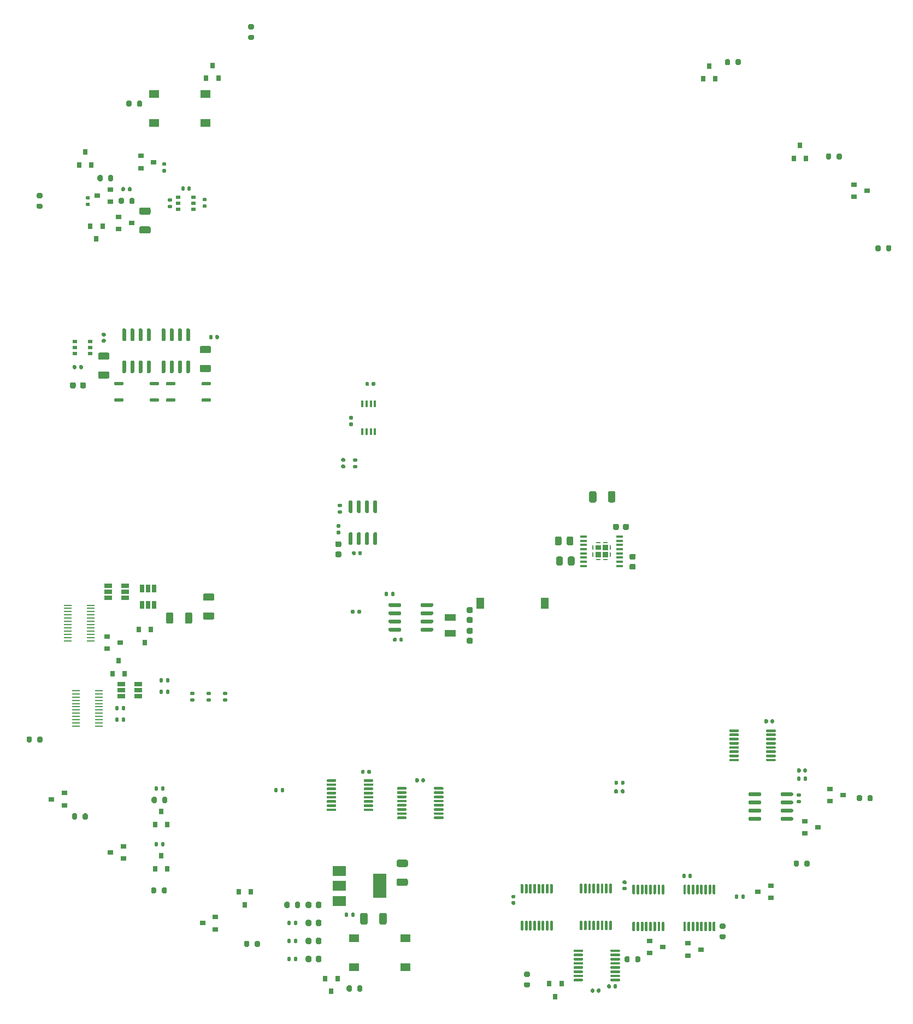
<source format=gbr>
G04 #@! TF.GenerationSoftware,KiCad,Pcbnew,5.1.9-73d0e3b20d~88~ubuntu20.04.1*
G04 #@! TF.CreationDate,2020-12-29T23:42:59-08:00*
G04 #@! TF.ProjectId,master_board,6d617374-6572-45f6-926f-6172642e6b69,Rev. A*
G04 #@! TF.SameCoordinates,Original*
G04 #@! TF.FileFunction,Paste,Top*
G04 #@! TF.FilePolarity,Positive*
%FSLAX46Y46*%
G04 Gerber Fmt 4.6, Leading zero omitted, Abs format (unit mm)*
G04 Created by KiCad (PCBNEW 5.1.9-73d0e3b20d~88~ubuntu20.04.1) date 2020-12-29 23:42:59*
%MOMM*%
%LPD*%
G01*
G04 APERTURE LIST*
%ADD10R,0.250000X0.800000*%
%ADD11R,0.800000X0.250000*%
%ADD12R,0.850000X0.800000*%
%ADD13R,0.850000X0.850000*%
%ADD14R,1.050000X0.450000*%
%ADD15R,0.700000X0.510000*%
%ADD16R,0.400000X1.100000*%
%ADD17R,1.220000X0.650000*%
%ADD18R,1.550000X1.300000*%
%ADD19R,0.800000X0.900000*%
%ADD20R,2.000000X1.500000*%
%ADD21R,2.000000X3.800000*%
%ADD22R,1.800000X1.000000*%
%ADD23R,1.250000X1.800000*%
%ADD24R,0.900000X0.800000*%
%ADD25R,0.650000X1.220000*%
%ADD26R,1.300000X0.270000*%
G04 APERTURE END LIST*
G36*
G01*
X153362000Y-142664000D02*
X153362000Y-142324000D01*
G75*
G02*
X153502000Y-142184000I140000J0D01*
G01*
X153782000Y-142184000D01*
G75*
G02*
X153922000Y-142324000I0J-140000D01*
G01*
X153922000Y-142664000D01*
G75*
G02*
X153782000Y-142804000I-140000J0D01*
G01*
X153502000Y-142804000D01*
G75*
G02*
X153362000Y-142664000I0J140000D01*
G01*
G37*
G36*
G01*
X152402000Y-142664000D02*
X152402000Y-142324000D01*
G75*
G02*
X152542000Y-142184000I140000J0D01*
G01*
X152822000Y-142184000D01*
G75*
G02*
X152962000Y-142324000I0J-140000D01*
G01*
X152962000Y-142664000D01*
G75*
G02*
X152822000Y-142804000I-140000J0D01*
G01*
X152542000Y-142804000D01*
G75*
G02*
X152402000Y-142664000I0J140000D01*
G01*
G37*
G36*
G01*
X85852000Y-164807999D02*
X85852000Y-166108001D01*
G75*
G02*
X85602001Y-166358000I-249999J0D01*
G01*
X84951999Y-166358000D01*
G75*
G02*
X84702000Y-166108001I0J249999D01*
G01*
X84702000Y-164807999D01*
G75*
G02*
X84951999Y-164558000I249999J0D01*
G01*
X85602001Y-164558000D01*
G75*
G02*
X85852000Y-164807999I0J-249999D01*
G01*
G37*
G36*
G01*
X88802000Y-164807999D02*
X88802000Y-166108001D01*
G75*
G02*
X88552001Y-166358000I-249999J0D01*
G01*
X87901999Y-166358000D01*
G75*
G02*
X87652000Y-166108001I0J249999D01*
G01*
X87652000Y-164807999D01*
G75*
G02*
X87901999Y-164558000I249999J0D01*
G01*
X88552001Y-164558000D01*
G75*
G02*
X88802000Y-164807999I0J-249999D01*
G01*
G37*
G36*
G01*
X83995000Y-108640000D02*
X83995000Y-108980000D01*
G75*
G02*
X83855000Y-109120000I-140000J0D01*
G01*
X83575000Y-109120000D01*
G75*
G02*
X83435000Y-108980000I0J140000D01*
G01*
X83435000Y-108640000D01*
G75*
G02*
X83575000Y-108500000I140000J0D01*
G01*
X83855000Y-108500000D01*
G75*
G02*
X83995000Y-108640000I0J-140000D01*
G01*
G37*
G36*
G01*
X84955000Y-108640000D02*
X84955000Y-108980000D01*
G75*
G02*
X84815000Y-109120000I-140000J0D01*
G01*
X84535000Y-109120000D01*
G75*
G02*
X84395000Y-108980000I0J140000D01*
G01*
X84395000Y-108640000D01*
G75*
G02*
X84535000Y-108500000I140000J0D01*
G01*
X84815000Y-108500000D01*
G75*
G02*
X84955000Y-108640000I0J-140000D01*
G01*
G37*
G36*
G01*
X126650000Y-110475000D02*
X127150000Y-110475000D01*
G75*
G02*
X127375000Y-110700000I0J-225000D01*
G01*
X127375000Y-111150000D01*
G75*
G02*
X127150000Y-111375000I-225000J0D01*
G01*
X126650000Y-111375000D01*
G75*
G02*
X126425000Y-111150000I0J225000D01*
G01*
X126425000Y-110700000D01*
G75*
G02*
X126650000Y-110475000I225000J0D01*
G01*
G37*
G36*
G01*
X126650000Y-108925000D02*
X127150000Y-108925000D01*
G75*
G02*
X127375000Y-109150000I0J-225000D01*
G01*
X127375000Y-109600000D01*
G75*
G02*
X127150000Y-109825000I-225000J0D01*
G01*
X126650000Y-109825000D01*
G75*
G02*
X126425000Y-109600000I0J225000D01*
G01*
X126425000Y-109150000D01*
G75*
G02*
X126650000Y-108925000I225000J0D01*
G01*
G37*
G36*
G01*
X124775000Y-104500000D02*
X124775000Y-105000000D01*
G75*
G02*
X124550000Y-105225000I-225000J0D01*
G01*
X124100000Y-105225000D01*
G75*
G02*
X123875000Y-105000000I0J225000D01*
G01*
X123875000Y-104500000D01*
G75*
G02*
X124100000Y-104275000I225000J0D01*
G01*
X124550000Y-104275000D01*
G75*
G02*
X124775000Y-104500000I0J-225000D01*
G01*
G37*
G36*
G01*
X126325000Y-104500000D02*
X126325000Y-105000000D01*
G75*
G02*
X126100000Y-105225000I-225000J0D01*
G01*
X125650000Y-105225000D01*
G75*
G02*
X125425000Y-105000000I0J225000D01*
G01*
X125425000Y-104500000D01*
G75*
G02*
X125650000Y-104275000I225000J0D01*
G01*
X126100000Y-104275000D01*
G75*
G02*
X126325000Y-104500000I0J-225000D01*
G01*
G37*
G36*
G01*
X77120000Y-165859750D02*
X77120000Y-166372250D01*
G75*
G02*
X76901250Y-166591000I-218750J0D01*
G01*
X76463750Y-166591000D01*
G75*
G02*
X76245000Y-166372250I0J218750D01*
G01*
X76245000Y-165859750D01*
G75*
G02*
X76463750Y-165641000I218750J0D01*
G01*
X76901250Y-165641000D01*
G75*
G02*
X77120000Y-165859750I0J-218750D01*
G01*
G37*
G36*
G01*
X78695000Y-165859750D02*
X78695000Y-166372250D01*
G75*
G02*
X78476250Y-166591000I-218750J0D01*
G01*
X78038750Y-166591000D01*
G75*
G02*
X77820000Y-166372250I0J218750D01*
G01*
X77820000Y-165859750D01*
G75*
G02*
X78038750Y-165641000I218750J0D01*
G01*
X78476250Y-165641000D01*
G75*
G02*
X78695000Y-165859750I0J-218750D01*
G01*
G37*
G36*
G01*
X81345000Y-102170000D02*
X81715000Y-102170000D01*
G75*
G02*
X81850000Y-102305000I0J-135000D01*
G01*
X81850000Y-102575000D01*
G75*
G02*
X81715000Y-102710000I-135000J0D01*
G01*
X81345000Y-102710000D01*
G75*
G02*
X81210000Y-102575000I0J135000D01*
G01*
X81210000Y-102305000D01*
G75*
G02*
X81345000Y-102170000I135000J0D01*
G01*
G37*
G36*
G01*
X81345000Y-101150000D02*
X81715000Y-101150000D01*
G75*
G02*
X81850000Y-101285000I0J-135000D01*
G01*
X81850000Y-101555000D01*
G75*
G02*
X81715000Y-101690000I-135000J0D01*
G01*
X81345000Y-101690000D01*
G75*
G02*
X81210000Y-101555000I0J135000D01*
G01*
X81210000Y-101285000D01*
G75*
G02*
X81345000Y-101150000I135000J0D01*
G01*
G37*
G36*
G01*
X81155000Y-105350000D02*
X81525000Y-105350000D01*
G75*
G02*
X81660000Y-105485000I0J-135000D01*
G01*
X81660000Y-105755000D01*
G75*
G02*
X81525000Y-105890000I-135000J0D01*
G01*
X81155000Y-105890000D01*
G75*
G02*
X81020000Y-105755000I0J135000D01*
G01*
X81020000Y-105485000D01*
G75*
G02*
X81155000Y-105350000I135000J0D01*
G01*
G37*
G36*
G01*
X81155000Y-104330000D02*
X81525000Y-104330000D01*
G75*
G02*
X81660000Y-104465000I0J-135000D01*
G01*
X81660000Y-104735000D01*
G75*
G02*
X81525000Y-104870000I-135000J0D01*
G01*
X81155000Y-104870000D01*
G75*
G02*
X81020000Y-104735000I0J135000D01*
G01*
X81020000Y-104465000D01*
G75*
G02*
X81155000Y-104330000I135000J0D01*
G01*
G37*
G36*
G01*
X84290000Y-118075000D02*
X84290000Y-117705000D01*
G75*
G02*
X84425000Y-117570000I135000J0D01*
G01*
X84695000Y-117570000D01*
G75*
G02*
X84830000Y-117705000I0J-135000D01*
G01*
X84830000Y-118075000D01*
G75*
G02*
X84695000Y-118210000I-135000J0D01*
G01*
X84425000Y-118210000D01*
G75*
G02*
X84290000Y-118075000I0J135000D01*
G01*
G37*
G36*
G01*
X83270000Y-118075000D02*
X83270000Y-117705000D01*
G75*
G02*
X83405000Y-117570000I135000J0D01*
G01*
X83675000Y-117570000D01*
G75*
G02*
X83810000Y-117705000I0J-135000D01*
G01*
X83810000Y-118075000D01*
G75*
G02*
X83675000Y-118210000I-135000J0D01*
G01*
X83405000Y-118210000D01*
G75*
G02*
X83270000Y-118075000I0J135000D01*
G01*
G37*
G36*
G01*
X82818000Y-164661000D02*
X82818000Y-165031000D01*
G75*
G02*
X82683000Y-165166000I-135000J0D01*
G01*
X82413000Y-165166000D01*
G75*
G02*
X82278000Y-165031000I0J135000D01*
G01*
X82278000Y-164661000D01*
G75*
G02*
X82413000Y-164526000I135000J0D01*
G01*
X82683000Y-164526000D01*
G75*
G02*
X82818000Y-164661000I0J-135000D01*
G01*
G37*
G36*
G01*
X83838000Y-164661000D02*
X83838000Y-165031000D01*
G75*
G02*
X83703000Y-165166000I-135000J0D01*
G01*
X83433000Y-165166000D01*
G75*
G02*
X83298000Y-165031000I0J135000D01*
G01*
X83298000Y-164661000D01*
G75*
G02*
X83433000Y-164526000I135000J0D01*
G01*
X83703000Y-164526000D01*
G75*
G02*
X83838000Y-164661000I0J-135000D01*
G01*
G37*
G36*
G01*
X83715000Y-95150000D02*
X84085000Y-95150000D01*
G75*
G02*
X84220000Y-95285000I0J-135000D01*
G01*
X84220000Y-95555000D01*
G75*
G02*
X84085000Y-95690000I-135000J0D01*
G01*
X83715000Y-95690000D01*
G75*
G02*
X83580000Y-95555000I0J135000D01*
G01*
X83580000Y-95285000D01*
G75*
G02*
X83715000Y-95150000I135000J0D01*
G01*
G37*
G36*
G01*
X83715000Y-94130000D02*
X84085000Y-94130000D01*
G75*
G02*
X84220000Y-94265000I0J-135000D01*
G01*
X84220000Y-94535000D01*
G75*
G02*
X84085000Y-94670000I-135000J0D01*
G01*
X83715000Y-94670000D01*
G75*
G02*
X83580000Y-94535000I0J135000D01*
G01*
X83580000Y-94265000D01*
G75*
G02*
X83715000Y-94130000I135000J0D01*
G01*
G37*
G36*
G01*
X83107000Y-88578000D02*
X83477000Y-88578000D01*
G75*
G02*
X83612000Y-88713000I0J-135000D01*
G01*
X83612000Y-88983000D01*
G75*
G02*
X83477000Y-89118000I-135000J0D01*
G01*
X83107000Y-89118000D01*
G75*
G02*
X82972000Y-88983000I0J135000D01*
G01*
X82972000Y-88713000D01*
G75*
G02*
X83107000Y-88578000I135000J0D01*
G01*
G37*
G36*
G01*
X83107000Y-87558000D02*
X83477000Y-87558000D01*
G75*
G02*
X83612000Y-87693000I0J-135000D01*
G01*
X83612000Y-87963000D01*
G75*
G02*
X83477000Y-88098000I-135000J0D01*
G01*
X83107000Y-88098000D01*
G75*
G02*
X82972000Y-87963000I0J135000D01*
G01*
X82972000Y-87693000D01*
G75*
G02*
X83107000Y-87558000I135000J0D01*
G01*
G37*
G36*
G01*
X74593000Y-163597000D02*
X74593000Y-163047000D01*
G75*
G02*
X74793000Y-162847000I200000J0D01*
G01*
X75193000Y-162847000D01*
G75*
G02*
X75393000Y-163047000I0J-200000D01*
G01*
X75393000Y-163597000D01*
G75*
G02*
X75193000Y-163797000I-200000J0D01*
G01*
X74793000Y-163797000D01*
G75*
G02*
X74593000Y-163597000I0J200000D01*
G01*
G37*
G36*
G01*
X72943000Y-163597000D02*
X72943000Y-163047000D01*
G75*
G02*
X73143000Y-162847000I200000J0D01*
G01*
X73543000Y-162847000D01*
G75*
G02*
X73743000Y-163047000I0J-200000D01*
G01*
X73743000Y-163597000D01*
G75*
G02*
X73543000Y-163797000I-200000J0D01*
G01*
X73143000Y-163797000D01*
G75*
G02*
X72943000Y-163597000I0J200000D01*
G01*
G37*
G36*
G01*
X116700000Y-107370002D02*
X116700000Y-106469998D01*
G75*
G02*
X116949998Y-106220000I249998J0D01*
G01*
X117475002Y-106220000D01*
G75*
G02*
X117725000Y-106469998I0J-249998D01*
G01*
X117725000Y-107370002D01*
G75*
G02*
X117475002Y-107620000I-249998J0D01*
G01*
X116949998Y-107620000D01*
G75*
G02*
X116700000Y-107370002I0J249998D01*
G01*
G37*
G36*
G01*
X114875000Y-107370002D02*
X114875000Y-106469998D01*
G75*
G02*
X115124998Y-106220000I249998J0D01*
G01*
X115650002Y-106220000D01*
G75*
G02*
X115900000Y-106469998I0J-249998D01*
G01*
X115900000Y-107370002D01*
G75*
G02*
X115650002Y-107620000I-249998J0D01*
G01*
X115124998Y-107620000D01*
G75*
G02*
X114875000Y-107370002I0J249998D01*
G01*
G37*
G36*
G01*
X116890000Y-110490002D02*
X116890000Y-109589998D01*
G75*
G02*
X117139998Y-109340000I249998J0D01*
G01*
X117665002Y-109340000D01*
G75*
G02*
X117915000Y-109589998I0J-249998D01*
G01*
X117915000Y-110490002D01*
G75*
G02*
X117665002Y-110740000I-249998J0D01*
G01*
X117139998Y-110740000D01*
G75*
G02*
X116890000Y-110490002I0J249998D01*
G01*
G37*
G36*
G01*
X115065000Y-110490002D02*
X115065000Y-109589998D01*
G75*
G02*
X115314998Y-109340000I249998J0D01*
G01*
X115840002Y-109340000D01*
G75*
G02*
X116090000Y-109589998I0J-249998D01*
G01*
X116090000Y-110490002D01*
G75*
G02*
X115840002Y-110740000I-249998J0D01*
G01*
X115314998Y-110740000D01*
G75*
G02*
X115065000Y-110490002I0J249998D01*
G01*
G37*
G36*
G01*
X57542000Y-119497002D02*
X57542000Y-118246998D01*
G75*
G02*
X57791998Y-117997000I249998J0D01*
G01*
X58417002Y-117997000D01*
G75*
G02*
X58667000Y-118246998I0J-249998D01*
G01*
X58667000Y-119497002D01*
G75*
G02*
X58417002Y-119747000I-249998J0D01*
G01*
X57791998Y-119747000D01*
G75*
G02*
X57542000Y-119497002I0J249998D01*
G01*
G37*
G36*
G01*
X54617000Y-119497002D02*
X54617000Y-118246998D01*
G75*
G02*
X54866998Y-117997000I249998J0D01*
G01*
X55492002Y-117997000D01*
G75*
G02*
X55742000Y-118246998I0J-249998D01*
G01*
X55742000Y-119497002D01*
G75*
G02*
X55492002Y-119747000I-249998J0D01*
G01*
X54866998Y-119747000D01*
G75*
G02*
X54617000Y-119497002I0J249998D01*
G01*
G37*
G36*
G01*
X91837002Y-157438000D02*
X90586998Y-157438000D01*
G75*
G02*
X90337000Y-157188002I0J249998D01*
G01*
X90337000Y-156562998D01*
G75*
G02*
X90586998Y-156313000I249998J0D01*
G01*
X91837002Y-156313000D01*
G75*
G02*
X92087000Y-156562998I0J-249998D01*
G01*
X92087000Y-157188002D01*
G75*
G02*
X91837002Y-157438000I-249998J0D01*
G01*
G37*
G36*
G01*
X91837002Y-160363000D02*
X90586998Y-160363000D01*
G75*
G02*
X90337000Y-160113002I0J249998D01*
G01*
X90337000Y-159487998D01*
G75*
G02*
X90586998Y-159238000I249998J0D01*
G01*
X91837002Y-159238000D01*
G75*
G02*
X92087000Y-159487998I0J-249998D01*
G01*
X92087000Y-160113002D01*
G75*
G02*
X91837002Y-160363000I-249998J0D01*
G01*
G37*
G36*
G01*
X61839002Y-116194000D02*
X60588998Y-116194000D01*
G75*
G02*
X60339000Y-115944002I0J249998D01*
G01*
X60339000Y-115318998D01*
G75*
G02*
X60588998Y-115069000I249998J0D01*
G01*
X61839002Y-115069000D01*
G75*
G02*
X62089000Y-115318998I0J-249998D01*
G01*
X62089000Y-115944002D01*
G75*
G02*
X61839002Y-116194000I-249998J0D01*
G01*
G37*
G36*
G01*
X61839002Y-119119000D02*
X60588998Y-119119000D01*
G75*
G02*
X60339000Y-118869002I0J249998D01*
G01*
X60339000Y-118243998D01*
G75*
G02*
X60588998Y-117994000I249998J0D01*
G01*
X61839002Y-117994000D01*
G75*
G02*
X62089000Y-118243998I0J-249998D01*
G01*
X62089000Y-118869002D01*
G75*
G02*
X61839002Y-119119000I-249998J0D01*
G01*
G37*
G36*
G01*
X124618780Y-145544960D02*
X124618780Y-145914960D01*
G75*
G02*
X124483780Y-146049960I-135000J0D01*
G01*
X124213780Y-146049960D01*
G75*
G02*
X124078780Y-145914960I0J135000D01*
G01*
X124078780Y-145544960D01*
G75*
G02*
X124213780Y-145409960I135000J0D01*
G01*
X124483780Y-145409960D01*
G75*
G02*
X124618780Y-145544960I0J-135000D01*
G01*
G37*
G36*
G01*
X125638780Y-145544960D02*
X125638780Y-145914960D01*
G75*
G02*
X125503780Y-146049960I-135000J0D01*
G01*
X125233780Y-146049960D01*
G75*
G02*
X125098780Y-145914960I0J135000D01*
G01*
X125098780Y-145544960D01*
G75*
G02*
X125233780Y-145409960I135000J0D01*
G01*
X125503780Y-145409960D01*
G75*
G02*
X125638780Y-145544960I0J-135000D01*
G01*
G37*
G36*
G01*
X127307000Y-172033000D02*
X127307000Y-171483000D01*
G75*
G02*
X127507000Y-171283000I200000J0D01*
G01*
X127907000Y-171283000D01*
G75*
G02*
X128107000Y-171483000I0J-200000D01*
G01*
X128107000Y-172033000D01*
G75*
G02*
X127907000Y-172233000I-200000J0D01*
G01*
X127507000Y-172233000D01*
G75*
G02*
X127307000Y-172033000I0J200000D01*
G01*
G37*
G36*
G01*
X125657000Y-172033000D02*
X125657000Y-171483000D01*
G75*
G02*
X125857000Y-171283000I200000J0D01*
G01*
X126257000Y-171283000D01*
G75*
G02*
X126457000Y-171483000I0J-200000D01*
G01*
X126457000Y-172033000D01*
G75*
G02*
X126257000Y-172233000I-200000J0D01*
G01*
X125857000Y-172233000D01*
G75*
G02*
X125657000Y-172033000I0J200000D01*
G01*
G37*
G36*
G01*
X49275000Y-38905000D02*
X49275000Y-39455000D01*
G75*
G02*
X49075000Y-39655000I-200000J0D01*
G01*
X48675000Y-39655000D01*
G75*
G02*
X48475000Y-39455000I0J200000D01*
G01*
X48475000Y-38905000D01*
G75*
G02*
X48675000Y-38705000I200000J0D01*
G01*
X49075000Y-38705000D01*
G75*
G02*
X49275000Y-38905000I0J-200000D01*
G01*
G37*
G36*
G01*
X50925000Y-38905000D02*
X50925000Y-39455000D01*
G75*
G02*
X50725000Y-39655000I-200000J0D01*
G01*
X50325000Y-39655000D01*
G75*
G02*
X50125000Y-39455000I0J200000D01*
G01*
X50125000Y-38905000D01*
G75*
G02*
X50325000Y-38705000I200000J0D01*
G01*
X50725000Y-38705000D01*
G75*
G02*
X50925000Y-38905000I0J-200000D01*
G01*
G37*
G36*
G01*
X110255000Y-175305000D02*
X110805000Y-175305000D01*
G75*
G02*
X111005000Y-175505000I0J-200000D01*
G01*
X111005000Y-175905000D01*
G75*
G02*
X110805000Y-176105000I-200000J0D01*
G01*
X110255000Y-176105000D01*
G75*
G02*
X110055000Y-175905000I0J200000D01*
G01*
X110055000Y-175505000D01*
G75*
G02*
X110255000Y-175305000I200000J0D01*
G01*
G37*
G36*
G01*
X110255000Y-173655000D02*
X110805000Y-173655000D01*
G75*
G02*
X111005000Y-173855000I0J-200000D01*
G01*
X111005000Y-174255000D01*
G75*
G02*
X110805000Y-174455000I-200000J0D01*
G01*
X110255000Y-174455000D01*
G75*
G02*
X110055000Y-174255000I0J200000D01*
G01*
X110055000Y-173855000D01*
G75*
G02*
X110255000Y-173655000I200000J0D01*
G01*
G37*
G36*
G01*
X67515000Y-28505000D02*
X68065000Y-28505000D01*
G75*
G02*
X68265000Y-28705000I0J-200000D01*
G01*
X68265000Y-29105000D01*
G75*
G02*
X68065000Y-29305000I-200000J0D01*
G01*
X67515000Y-29305000D01*
G75*
G02*
X67315000Y-29105000I0J200000D01*
G01*
X67315000Y-28705000D01*
G75*
G02*
X67515000Y-28505000I200000J0D01*
G01*
G37*
G36*
G01*
X67515000Y-26855000D02*
X68065000Y-26855000D01*
G75*
G02*
X68265000Y-27055000I0J-200000D01*
G01*
X68265000Y-27455000D01*
G75*
G02*
X68065000Y-27655000I-200000J0D01*
G01*
X67515000Y-27655000D01*
G75*
G02*
X67315000Y-27455000I0J200000D01*
G01*
X67315000Y-27055000D01*
G75*
G02*
X67515000Y-26855000I200000J0D01*
G01*
G37*
G36*
G01*
X84245000Y-176551000D02*
X84245000Y-176001000D01*
G75*
G02*
X84445000Y-175801000I200000J0D01*
G01*
X84845000Y-175801000D01*
G75*
G02*
X85045000Y-176001000I0J-200000D01*
G01*
X85045000Y-176551000D01*
G75*
G02*
X84845000Y-176751000I-200000J0D01*
G01*
X84445000Y-176751000D01*
G75*
G02*
X84245000Y-176551000I0J200000D01*
G01*
G37*
G36*
G01*
X82595000Y-176551000D02*
X82595000Y-176001000D01*
G75*
G02*
X82795000Y-175801000I200000J0D01*
G01*
X83195000Y-175801000D01*
G75*
G02*
X83395000Y-176001000I0J-200000D01*
G01*
X83395000Y-176551000D01*
G75*
G02*
X83195000Y-176751000I-200000J0D01*
G01*
X82795000Y-176751000D01*
G75*
G02*
X82595000Y-176551000I0J200000D01*
G01*
G37*
G36*
G01*
X142025000Y-32465000D02*
X142025000Y-33015000D01*
G75*
G02*
X141825000Y-33215000I-200000J0D01*
G01*
X141425000Y-33215000D01*
G75*
G02*
X141225000Y-33015000I0J200000D01*
G01*
X141225000Y-32465000D01*
G75*
G02*
X141425000Y-32265000I200000J0D01*
G01*
X141825000Y-32265000D01*
G75*
G02*
X142025000Y-32465000I0J-200000D01*
G01*
G37*
G36*
G01*
X143675000Y-32465000D02*
X143675000Y-33015000D01*
G75*
G02*
X143475000Y-33215000I-200000J0D01*
G01*
X143075000Y-33215000D01*
G75*
G02*
X142875000Y-33015000I0J200000D01*
G01*
X142875000Y-32465000D01*
G75*
G02*
X143075000Y-32265000I200000J0D01*
G01*
X143475000Y-32265000D01*
G75*
G02*
X143675000Y-32465000I0J-200000D01*
G01*
G37*
G36*
G01*
X68355000Y-169625000D02*
X68355000Y-169075000D01*
G75*
G02*
X68555000Y-168875000I200000J0D01*
G01*
X68955000Y-168875000D01*
G75*
G02*
X69155000Y-169075000I0J-200000D01*
G01*
X69155000Y-169625000D01*
G75*
G02*
X68955000Y-169825000I-200000J0D01*
G01*
X68555000Y-169825000D01*
G75*
G02*
X68355000Y-169625000I0J200000D01*
G01*
G37*
G36*
G01*
X66705000Y-169625000D02*
X66705000Y-169075000D01*
G75*
G02*
X66905000Y-168875000I200000J0D01*
G01*
X67305000Y-168875000D01*
G75*
G02*
X67505000Y-169075000I0J-200000D01*
G01*
X67505000Y-169625000D01*
G75*
G02*
X67305000Y-169825000I-200000J0D01*
G01*
X66905000Y-169825000D01*
G75*
G02*
X66705000Y-169625000I0J200000D01*
G01*
G37*
G36*
G01*
X157675000Y-47065000D02*
X157675000Y-47615000D01*
G75*
G02*
X157475000Y-47815000I-200000J0D01*
G01*
X157075000Y-47815000D01*
G75*
G02*
X156875000Y-47615000I0J200000D01*
G01*
X156875000Y-47065000D01*
G75*
G02*
X157075000Y-46865000I200000J0D01*
G01*
X157475000Y-46865000D01*
G75*
G02*
X157675000Y-47065000I0J-200000D01*
G01*
G37*
G36*
G01*
X159325000Y-47065000D02*
X159325000Y-47615000D01*
G75*
G02*
X159125000Y-47815000I-200000J0D01*
G01*
X158725000Y-47815000D01*
G75*
G02*
X158525000Y-47615000I0J200000D01*
G01*
X158525000Y-47065000D01*
G75*
G02*
X158725000Y-46865000I200000J0D01*
G01*
X159125000Y-46865000D01*
G75*
G02*
X159325000Y-47065000I0J-200000D01*
G01*
G37*
G36*
G01*
X53945000Y-161355000D02*
X53945000Y-160805000D01*
G75*
G02*
X54145000Y-160605000I200000J0D01*
G01*
X54545000Y-160605000D01*
G75*
G02*
X54745000Y-160805000I0J-200000D01*
G01*
X54745000Y-161355000D01*
G75*
G02*
X54545000Y-161555000I-200000J0D01*
G01*
X54145000Y-161555000D01*
G75*
G02*
X53945000Y-161355000I0J200000D01*
G01*
G37*
G36*
G01*
X52295000Y-161355000D02*
X52295000Y-160805000D01*
G75*
G02*
X52495000Y-160605000I200000J0D01*
G01*
X52895000Y-160605000D01*
G75*
G02*
X53095000Y-160805000I0J-200000D01*
G01*
X53095000Y-161355000D01*
G75*
G02*
X52895000Y-161555000I-200000J0D01*
G01*
X52495000Y-161555000D01*
G75*
G02*
X52295000Y-161355000I0J200000D01*
G01*
G37*
G36*
G01*
X166205000Y-61845000D02*
X166205000Y-61295000D01*
G75*
G02*
X166405000Y-61095000I200000J0D01*
G01*
X166805000Y-61095000D01*
G75*
G02*
X167005000Y-61295000I0J-200000D01*
G01*
X167005000Y-61845000D01*
G75*
G02*
X166805000Y-62045000I-200000J0D01*
G01*
X166405000Y-62045000D01*
G75*
G02*
X166205000Y-61845000I0J200000D01*
G01*
G37*
G36*
G01*
X164555000Y-61845000D02*
X164555000Y-61295000D01*
G75*
G02*
X164755000Y-61095000I200000J0D01*
G01*
X165155000Y-61095000D01*
G75*
G02*
X165355000Y-61295000I0J-200000D01*
G01*
X165355000Y-61845000D01*
G75*
G02*
X165155000Y-62045000I-200000J0D01*
G01*
X164755000Y-62045000D01*
G75*
G02*
X164555000Y-61845000I0J200000D01*
G01*
G37*
G36*
G01*
X48708000Y-52615000D02*
X48708000Y-52245000D01*
G75*
G02*
X48843000Y-52110000I135000J0D01*
G01*
X49113000Y-52110000D01*
G75*
G02*
X49248000Y-52245000I0J-135000D01*
G01*
X49248000Y-52615000D01*
G75*
G02*
X49113000Y-52750000I-135000J0D01*
G01*
X48843000Y-52750000D01*
G75*
G02*
X48708000Y-52615000I0J135000D01*
G01*
G37*
G36*
G01*
X47688000Y-52615000D02*
X47688000Y-52245000D01*
G75*
G02*
X47823000Y-52110000I135000J0D01*
G01*
X48093000Y-52110000D01*
G75*
G02*
X48228000Y-52245000I0J-135000D01*
G01*
X48228000Y-52615000D01*
G75*
G02*
X48093000Y-52750000I-135000J0D01*
G01*
X47823000Y-52750000D01*
G75*
G02*
X47688000Y-52615000I0J135000D01*
G01*
G37*
G36*
G01*
X41180000Y-80185000D02*
X41180000Y-79815000D01*
G75*
G02*
X41315000Y-79680000I135000J0D01*
G01*
X41585000Y-79680000D01*
G75*
G02*
X41720000Y-79815000I0J-135000D01*
G01*
X41720000Y-80185000D01*
G75*
G02*
X41585000Y-80320000I-135000J0D01*
G01*
X41315000Y-80320000D01*
G75*
G02*
X41180000Y-80185000I0J135000D01*
G01*
G37*
G36*
G01*
X40160000Y-80185000D02*
X40160000Y-79815000D01*
G75*
G02*
X40295000Y-79680000I135000J0D01*
G01*
X40565000Y-79680000D01*
G75*
G02*
X40700000Y-79815000I0J-135000D01*
G01*
X40700000Y-80185000D01*
G75*
G02*
X40565000Y-80320000I-135000J0D01*
G01*
X40295000Y-80320000D01*
G75*
G02*
X40160000Y-80185000I0J135000D01*
G01*
G37*
G36*
G01*
X61331002Y-77840000D02*
X60080998Y-77840000D01*
G75*
G02*
X59831000Y-77590002I0J249998D01*
G01*
X59831000Y-76964998D01*
G75*
G02*
X60080998Y-76715000I249998J0D01*
G01*
X61331002Y-76715000D01*
G75*
G02*
X61581000Y-76964998I0J-249998D01*
G01*
X61581000Y-77590002D01*
G75*
G02*
X61331002Y-77840000I-249998J0D01*
G01*
G37*
G36*
G01*
X61331002Y-80765000D02*
X60080998Y-80765000D01*
G75*
G02*
X59831000Y-80515002I0J249998D01*
G01*
X59831000Y-79889998D01*
G75*
G02*
X60080998Y-79640000I249998J0D01*
G01*
X61331002Y-79640000D01*
G75*
G02*
X61581000Y-79889998I0J-249998D01*
G01*
X61581000Y-80515002D01*
G75*
G02*
X61331002Y-80765000I-249998J0D01*
G01*
G37*
G36*
G01*
X91040000Y-120525000D02*
X91040000Y-120825000D01*
G75*
G02*
X90890000Y-120975000I-150000J0D01*
G01*
X89240000Y-120975000D01*
G75*
G02*
X89090000Y-120825000I0J150000D01*
G01*
X89090000Y-120525000D01*
G75*
G02*
X89240000Y-120375000I150000J0D01*
G01*
X90890000Y-120375000D01*
G75*
G02*
X91040000Y-120525000I0J-150000D01*
G01*
G37*
G36*
G01*
X91040000Y-119255000D02*
X91040000Y-119555000D01*
G75*
G02*
X90890000Y-119705000I-150000J0D01*
G01*
X89240000Y-119705000D01*
G75*
G02*
X89090000Y-119555000I0J150000D01*
G01*
X89090000Y-119255000D01*
G75*
G02*
X89240000Y-119105000I150000J0D01*
G01*
X90890000Y-119105000D01*
G75*
G02*
X91040000Y-119255000I0J-150000D01*
G01*
G37*
G36*
G01*
X91040000Y-117985000D02*
X91040000Y-118285000D01*
G75*
G02*
X90890000Y-118435000I-150000J0D01*
G01*
X89240000Y-118435000D01*
G75*
G02*
X89090000Y-118285000I0J150000D01*
G01*
X89090000Y-117985000D01*
G75*
G02*
X89240000Y-117835000I150000J0D01*
G01*
X90890000Y-117835000D01*
G75*
G02*
X91040000Y-117985000I0J-150000D01*
G01*
G37*
G36*
G01*
X91040000Y-116715000D02*
X91040000Y-117015000D01*
G75*
G02*
X90890000Y-117165000I-150000J0D01*
G01*
X89240000Y-117165000D01*
G75*
G02*
X89090000Y-117015000I0J150000D01*
G01*
X89090000Y-116715000D01*
G75*
G02*
X89240000Y-116565000I150000J0D01*
G01*
X90890000Y-116565000D01*
G75*
G02*
X91040000Y-116715000I0J-150000D01*
G01*
G37*
G36*
G01*
X95990000Y-116715000D02*
X95990000Y-117015000D01*
G75*
G02*
X95840000Y-117165000I-150000J0D01*
G01*
X94190000Y-117165000D01*
G75*
G02*
X94040000Y-117015000I0J150000D01*
G01*
X94040000Y-116715000D01*
G75*
G02*
X94190000Y-116565000I150000J0D01*
G01*
X95840000Y-116565000D01*
G75*
G02*
X95990000Y-116715000I0J-150000D01*
G01*
G37*
G36*
G01*
X95990000Y-117985000D02*
X95990000Y-118285000D01*
G75*
G02*
X95840000Y-118435000I-150000J0D01*
G01*
X94190000Y-118435000D01*
G75*
G02*
X94040000Y-118285000I0J150000D01*
G01*
X94040000Y-117985000D01*
G75*
G02*
X94190000Y-117835000I150000J0D01*
G01*
X95840000Y-117835000D01*
G75*
G02*
X95990000Y-117985000I0J-150000D01*
G01*
G37*
G36*
G01*
X95990000Y-119255000D02*
X95990000Y-119555000D01*
G75*
G02*
X95840000Y-119705000I-150000J0D01*
G01*
X94190000Y-119705000D01*
G75*
G02*
X94040000Y-119555000I0J150000D01*
G01*
X94040000Y-119255000D01*
G75*
G02*
X94190000Y-119105000I150000J0D01*
G01*
X95840000Y-119105000D01*
G75*
G02*
X95990000Y-119255000I0J-150000D01*
G01*
G37*
G36*
G01*
X95990000Y-120525000D02*
X95990000Y-120825000D01*
G75*
G02*
X95840000Y-120975000I-150000J0D01*
G01*
X94190000Y-120975000D01*
G75*
G02*
X94040000Y-120825000I0J150000D01*
G01*
X94040000Y-120525000D01*
G75*
G02*
X94190000Y-120375000I150000J0D01*
G01*
X95840000Y-120375000D01*
G75*
G02*
X95990000Y-120525000I0J-150000D01*
G01*
G37*
G36*
G01*
X83365000Y-102610000D02*
X83065000Y-102610000D01*
G75*
G02*
X82915000Y-102460000I0J150000D01*
G01*
X82915000Y-100810000D01*
G75*
G02*
X83065000Y-100660000I150000J0D01*
G01*
X83365000Y-100660000D01*
G75*
G02*
X83515000Y-100810000I0J-150000D01*
G01*
X83515000Y-102460000D01*
G75*
G02*
X83365000Y-102610000I-150000J0D01*
G01*
G37*
G36*
G01*
X84635000Y-102610000D02*
X84335000Y-102610000D01*
G75*
G02*
X84185000Y-102460000I0J150000D01*
G01*
X84185000Y-100810000D01*
G75*
G02*
X84335000Y-100660000I150000J0D01*
G01*
X84635000Y-100660000D01*
G75*
G02*
X84785000Y-100810000I0J-150000D01*
G01*
X84785000Y-102460000D01*
G75*
G02*
X84635000Y-102610000I-150000J0D01*
G01*
G37*
G36*
G01*
X85905000Y-102610000D02*
X85605000Y-102610000D01*
G75*
G02*
X85455000Y-102460000I0J150000D01*
G01*
X85455000Y-100810000D01*
G75*
G02*
X85605000Y-100660000I150000J0D01*
G01*
X85905000Y-100660000D01*
G75*
G02*
X86055000Y-100810000I0J-150000D01*
G01*
X86055000Y-102460000D01*
G75*
G02*
X85905000Y-102610000I-150000J0D01*
G01*
G37*
G36*
G01*
X87175000Y-102610000D02*
X86875000Y-102610000D01*
G75*
G02*
X86725000Y-102460000I0J150000D01*
G01*
X86725000Y-100810000D01*
G75*
G02*
X86875000Y-100660000I150000J0D01*
G01*
X87175000Y-100660000D01*
G75*
G02*
X87325000Y-100810000I0J-150000D01*
G01*
X87325000Y-102460000D01*
G75*
G02*
X87175000Y-102610000I-150000J0D01*
G01*
G37*
G36*
G01*
X87175000Y-107560000D02*
X86875000Y-107560000D01*
G75*
G02*
X86725000Y-107410000I0J150000D01*
G01*
X86725000Y-105760000D01*
G75*
G02*
X86875000Y-105610000I150000J0D01*
G01*
X87175000Y-105610000D01*
G75*
G02*
X87325000Y-105760000I0J-150000D01*
G01*
X87325000Y-107410000D01*
G75*
G02*
X87175000Y-107560000I-150000J0D01*
G01*
G37*
G36*
G01*
X85905000Y-107560000D02*
X85605000Y-107560000D01*
G75*
G02*
X85455000Y-107410000I0J150000D01*
G01*
X85455000Y-105760000D01*
G75*
G02*
X85605000Y-105610000I150000J0D01*
G01*
X85905000Y-105610000D01*
G75*
G02*
X86055000Y-105760000I0J-150000D01*
G01*
X86055000Y-107410000D01*
G75*
G02*
X85905000Y-107560000I-150000J0D01*
G01*
G37*
G36*
G01*
X84635000Y-107560000D02*
X84335000Y-107560000D01*
G75*
G02*
X84185000Y-107410000I0J150000D01*
G01*
X84185000Y-105760000D01*
G75*
G02*
X84335000Y-105610000I150000J0D01*
G01*
X84635000Y-105610000D01*
G75*
G02*
X84785000Y-105760000I0J-150000D01*
G01*
X84785000Y-107410000D01*
G75*
G02*
X84635000Y-107560000I-150000J0D01*
G01*
G37*
G36*
G01*
X83365000Y-107560000D02*
X83065000Y-107560000D01*
G75*
G02*
X82915000Y-107410000I0J150000D01*
G01*
X82915000Y-105760000D01*
G75*
G02*
X83065000Y-105610000I150000J0D01*
G01*
X83365000Y-105610000D01*
G75*
G02*
X83515000Y-105760000I0J-150000D01*
G01*
X83515000Y-107410000D01*
G75*
G02*
X83365000Y-107560000I-150000J0D01*
G01*
G37*
D10*
X120777000Y-109068000D03*
X123427000Y-109068000D03*
X123427000Y-107968000D03*
X120777000Y-107968000D03*
D11*
X121552000Y-109843000D03*
X122652000Y-109843000D03*
X122652000Y-107193000D03*
X121552000Y-107193000D03*
D12*
X121552000Y-107968000D03*
D13*
X122652000Y-107968000D03*
X122652000Y-109068000D03*
X121552000Y-109068000D03*
D14*
X124877000Y-106243000D03*
X124877000Y-106893000D03*
X124877000Y-107543000D03*
X124877000Y-108193000D03*
X124877000Y-108843000D03*
X124877000Y-109493000D03*
X124877000Y-110143000D03*
X124877000Y-110793000D03*
X119327000Y-110793000D03*
X119327000Y-110143000D03*
X119327000Y-109493000D03*
X119327000Y-108843000D03*
X119327000Y-108193000D03*
X119327000Y-107543000D03*
X119327000Y-106893000D03*
X119327000Y-106243000D03*
G36*
G01*
X127177000Y-161673000D02*
X126977000Y-161673000D01*
G75*
G02*
X126877000Y-161573000I0J100000D01*
G01*
X126877000Y-160298000D01*
G75*
G02*
X126977000Y-160198000I100000J0D01*
G01*
X127177000Y-160198000D01*
G75*
G02*
X127277000Y-160298000I0J-100000D01*
G01*
X127277000Y-161573000D01*
G75*
G02*
X127177000Y-161673000I-100000J0D01*
G01*
G37*
G36*
G01*
X127827000Y-161673000D02*
X127627000Y-161673000D01*
G75*
G02*
X127527000Y-161573000I0J100000D01*
G01*
X127527000Y-160298000D01*
G75*
G02*
X127627000Y-160198000I100000J0D01*
G01*
X127827000Y-160198000D01*
G75*
G02*
X127927000Y-160298000I0J-100000D01*
G01*
X127927000Y-161573000D01*
G75*
G02*
X127827000Y-161673000I-100000J0D01*
G01*
G37*
G36*
G01*
X128477000Y-161673000D02*
X128277000Y-161673000D01*
G75*
G02*
X128177000Y-161573000I0J100000D01*
G01*
X128177000Y-160298000D01*
G75*
G02*
X128277000Y-160198000I100000J0D01*
G01*
X128477000Y-160198000D01*
G75*
G02*
X128577000Y-160298000I0J-100000D01*
G01*
X128577000Y-161573000D01*
G75*
G02*
X128477000Y-161673000I-100000J0D01*
G01*
G37*
G36*
G01*
X129127000Y-161673000D02*
X128927000Y-161673000D01*
G75*
G02*
X128827000Y-161573000I0J100000D01*
G01*
X128827000Y-160298000D01*
G75*
G02*
X128927000Y-160198000I100000J0D01*
G01*
X129127000Y-160198000D01*
G75*
G02*
X129227000Y-160298000I0J-100000D01*
G01*
X129227000Y-161573000D01*
G75*
G02*
X129127000Y-161673000I-100000J0D01*
G01*
G37*
G36*
G01*
X129777000Y-161673000D02*
X129577000Y-161673000D01*
G75*
G02*
X129477000Y-161573000I0J100000D01*
G01*
X129477000Y-160298000D01*
G75*
G02*
X129577000Y-160198000I100000J0D01*
G01*
X129777000Y-160198000D01*
G75*
G02*
X129877000Y-160298000I0J-100000D01*
G01*
X129877000Y-161573000D01*
G75*
G02*
X129777000Y-161673000I-100000J0D01*
G01*
G37*
G36*
G01*
X130427000Y-161673000D02*
X130227000Y-161673000D01*
G75*
G02*
X130127000Y-161573000I0J100000D01*
G01*
X130127000Y-160298000D01*
G75*
G02*
X130227000Y-160198000I100000J0D01*
G01*
X130427000Y-160198000D01*
G75*
G02*
X130527000Y-160298000I0J-100000D01*
G01*
X130527000Y-161573000D01*
G75*
G02*
X130427000Y-161673000I-100000J0D01*
G01*
G37*
G36*
G01*
X131077000Y-161673000D02*
X130877000Y-161673000D01*
G75*
G02*
X130777000Y-161573000I0J100000D01*
G01*
X130777000Y-160298000D01*
G75*
G02*
X130877000Y-160198000I100000J0D01*
G01*
X131077000Y-160198000D01*
G75*
G02*
X131177000Y-160298000I0J-100000D01*
G01*
X131177000Y-161573000D01*
G75*
G02*
X131077000Y-161673000I-100000J0D01*
G01*
G37*
G36*
G01*
X131727000Y-161673000D02*
X131527000Y-161673000D01*
G75*
G02*
X131427000Y-161573000I0J100000D01*
G01*
X131427000Y-160298000D01*
G75*
G02*
X131527000Y-160198000I100000J0D01*
G01*
X131727000Y-160198000D01*
G75*
G02*
X131827000Y-160298000I0J-100000D01*
G01*
X131827000Y-161573000D01*
G75*
G02*
X131727000Y-161673000I-100000J0D01*
G01*
G37*
G36*
G01*
X131727000Y-167398000D02*
X131527000Y-167398000D01*
G75*
G02*
X131427000Y-167298000I0J100000D01*
G01*
X131427000Y-166023000D01*
G75*
G02*
X131527000Y-165923000I100000J0D01*
G01*
X131727000Y-165923000D01*
G75*
G02*
X131827000Y-166023000I0J-100000D01*
G01*
X131827000Y-167298000D01*
G75*
G02*
X131727000Y-167398000I-100000J0D01*
G01*
G37*
G36*
G01*
X131077000Y-167398000D02*
X130877000Y-167398000D01*
G75*
G02*
X130777000Y-167298000I0J100000D01*
G01*
X130777000Y-166023000D01*
G75*
G02*
X130877000Y-165923000I100000J0D01*
G01*
X131077000Y-165923000D01*
G75*
G02*
X131177000Y-166023000I0J-100000D01*
G01*
X131177000Y-167298000D01*
G75*
G02*
X131077000Y-167398000I-100000J0D01*
G01*
G37*
G36*
G01*
X130427000Y-167398000D02*
X130227000Y-167398000D01*
G75*
G02*
X130127000Y-167298000I0J100000D01*
G01*
X130127000Y-166023000D01*
G75*
G02*
X130227000Y-165923000I100000J0D01*
G01*
X130427000Y-165923000D01*
G75*
G02*
X130527000Y-166023000I0J-100000D01*
G01*
X130527000Y-167298000D01*
G75*
G02*
X130427000Y-167398000I-100000J0D01*
G01*
G37*
G36*
G01*
X129777000Y-167398000D02*
X129577000Y-167398000D01*
G75*
G02*
X129477000Y-167298000I0J100000D01*
G01*
X129477000Y-166023000D01*
G75*
G02*
X129577000Y-165923000I100000J0D01*
G01*
X129777000Y-165923000D01*
G75*
G02*
X129877000Y-166023000I0J-100000D01*
G01*
X129877000Y-167298000D01*
G75*
G02*
X129777000Y-167398000I-100000J0D01*
G01*
G37*
G36*
G01*
X129127000Y-167398000D02*
X128927000Y-167398000D01*
G75*
G02*
X128827000Y-167298000I0J100000D01*
G01*
X128827000Y-166023000D01*
G75*
G02*
X128927000Y-165923000I100000J0D01*
G01*
X129127000Y-165923000D01*
G75*
G02*
X129227000Y-166023000I0J-100000D01*
G01*
X129227000Y-167298000D01*
G75*
G02*
X129127000Y-167398000I-100000J0D01*
G01*
G37*
G36*
G01*
X128477000Y-167398000D02*
X128277000Y-167398000D01*
G75*
G02*
X128177000Y-167298000I0J100000D01*
G01*
X128177000Y-166023000D01*
G75*
G02*
X128277000Y-165923000I100000J0D01*
G01*
X128477000Y-165923000D01*
G75*
G02*
X128577000Y-166023000I0J-100000D01*
G01*
X128577000Y-167298000D01*
G75*
G02*
X128477000Y-167398000I-100000J0D01*
G01*
G37*
G36*
G01*
X127827000Y-167398000D02*
X127627000Y-167398000D01*
G75*
G02*
X127527000Y-167298000I0J100000D01*
G01*
X127527000Y-166023000D01*
G75*
G02*
X127627000Y-165923000I100000J0D01*
G01*
X127827000Y-165923000D01*
G75*
G02*
X127927000Y-166023000I0J-100000D01*
G01*
X127927000Y-167298000D01*
G75*
G02*
X127827000Y-167398000I-100000J0D01*
G01*
G37*
G36*
G01*
X127177000Y-167398000D02*
X126977000Y-167398000D01*
G75*
G02*
X126877000Y-167298000I0J100000D01*
G01*
X126877000Y-166023000D01*
G75*
G02*
X126977000Y-165923000I100000J0D01*
G01*
X127177000Y-165923000D01*
G75*
G02*
X127277000Y-166023000I0J-100000D01*
G01*
X127277000Y-167298000D01*
G75*
G02*
X127177000Y-167398000I-100000J0D01*
G01*
G37*
G36*
G01*
X135077000Y-161673000D02*
X134877000Y-161673000D01*
G75*
G02*
X134777000Y-161573000I0J100000D01*
G01*
X134777000Y-160298000D01*
G75*
G02*
X134877000Y-160198000I100000J0D01*
G01*
X135077000Y-160198000D01*
G75*
G02*
X135177000Y-160298000I0J-100000D01*
G01*
X135177000Y-161573000D01*
G75*
G02*
X135077000Y-161673000I-100000J0D01*
G01*
G37*
G36*
G01*
X135727000Y-161673000D02*
X135527000Y-161673000D01*
G75*
G02*
X135427000Y-161573000I0J100000D01*
G01*
X135427000Y-160298000D01*
G75*
G02*
X135527000Y-160198000I100000J0D01*
G01*
X135727000Y-160198000D01*
G75*
G02*
X135827000Y-160298000I0J-100000D01*
G01*
X135827000Y-161573000D01*
G75*
G02*
X135727000Y-161673000I-100000J0D01*
G01*
G37*
G36*
G01*
X136377000Y-161673000D02*
X136177000Y-161673000D01*
G75*
G02*
X136077000Y-161573000I0J100000D01*
G01*
X136077000Y-160298000D01*
G75*
G02*
X136177000Y-160198000I100000J0D01*
G01*
X136377000Y-160198000D01*
G75*
G02*
X136477000Y-160298000I0J-100000D01*
G01*
X136477000Y-161573000D01*
G75*
G02*
X136377000Y-161673000I-100000J0D01*
G01*
G37*
G36*
G01*
X137027000Y-161673000D02*
X136827000Y-161673000D01*
G75*
G02*
X136727000Y-161573000I0J100000D01*
G01*
X136727000Y-160298000D01*
G75*
G02*
X136827000Y-160198000I100000J0D01*
G01*
X137027000Y-160198000D01*
G75*
G02*
X137127000Y-160298000I0J-100000D01*
G01*
X137127000Y-161573000D01*
G75*
G02*
X137027000Y-161673000I-100000J0D01*
G01*
G37*
G36*
G01*
X137677000Y-161673000D02*
X137477000Y-161673000D01*
G75*
G02*
X137377000Y-161573000I0J100000D01*
G01*
X137377000Y-160298000D01*
G75*
G02*
X137477000Y-160198000I100000J0D01*
G01*
X137677000Y-160198000D01*
G75*
G02*
X137777000Y-160298000I0J-100000D01*
G01*
X137777000Y-161573000D01*
G75*
G02*
X137677000Y-161673000I-100000J0D01*
G01*
G37*
G36*
G01*
X138327000Y-161673000D02*
X138127000Y-161673000D01*
G75*
G02*
X138027000Y-161573000I0J100000D01*
G01*
X138027000Y-160298000D01*
G75*
G02*
X138127000Y-160198000I100000J0D01*
G01*
X138327000Y-160198000D01*
G75*
G02*
X138427000Y-160298000I0J-100000D01*
G01*
X138427000Y-161573000D01*
G75*
G02*
X138327000Y-161673000I-100000J0D01*
G01*
G37*
G36*
G01*
X138977000Y-161673000D02*
X138777000Y-161673000D01*
G75*
G02*
X138677000Y-161573000I0J100000D01*
G01*
X138677000Y-160298000D01*
G75*
G02*
X138777000Y-160198000I100000J0D01*
G01*
X138977000Y-160198000D01*
G75*
G02*
X139077000Y-160298000I0J-100000D01*
G01*
X139077000Y-161573000D01*
G75*
G02*
X138977000Y-161673000I-100000J0D01*
G01*
G37*
G36*
G01*
X139627000Y-161673000D02*
X139427000Y-161673000D01*
G75*
G02*
X139327000Y-161573000I0J100000D01*
G01*
X139327000Y-160298000D01*
G75*
G02*
X139427000Y-160198000I100000J0D01*
G01*
X139627000Y-160198000D01*
G75*
G02*
X139727000Y-160298000I0J-100000D01*
G01*
X139727000Y-161573000D01*
G75*
G02*
X139627000Y-161673000I-100000J0D01*
G01*
G37*
G36*
G01*
X139627000Y-167398000D02*
X139427000Y-167398000D01*
G75*
G02*
X139327000Y-167298000I0J100000D01*
G01*
X139327000Y-166023000D01*
G75*
G02*
X139427000Y-165923000I100000J0D01*
G01*
X139627000Y-165923000D01*
G75*
G02*
X139727000Y-166023000I0J-100000D01*
G01*
X139727000Y-167298000D01*
G75*
G02*
X139627000Y-167398000I-100000J0D01*
G01*
G37*
G36*
G01*
X138977000Y-167398000D02*
X138777000Y-167398000D01*
G75*
G02*
X138677000Y-167298000I0J100000D01*
G01*
X138677000Y-166023000D01*
G75*
G02*
X138777000Y-165923000I100000J0D01*
G01*
X138977000Y-165923000D01*
G75*
G02*
X139077000Y-166023000I0J-100000D01*
G01*
X139077000Y-167298000D01*
G75*
G02*
X138977000Y-167398000I-100000J0D01*
G01*
G37*
G36*
G01*
X138327000Y-167398000D02*
X138127000Y-167398000D01*
G75*
G02*
X138027000Y-167298000I0J100000D01*
G01*
X138027000Y-166023000D01*
G75*
G02*
X138127000Y-165923000I100000J0D01*
G01*
X138327000Y-165923000D01*
G75*
G02*
X138427000Y-166023000I0J-100000D01*
G01*
X138427000Y-167298000D01*
G75*
G02*
X138327000Y-167398000I-100000J0D01*
G01*
G37*
G36*
G01*
X137677000Y-167398000D02*
X137477000Y-167398000D01*
G75*
G02*
X137377000Y-167298000I0J100000D01*
G01*
X137377000Y-166023000D01*
G75*
G02*
X137477000Y-165923000I100000J0D01*
G01*
X137677000Y-165923000D01*
G75*
G02*
X137777000Y-166023000I0J-100000D01*
G01*
X137777000Y-167298000D01*
G75*
G02*
X137677000Y-167398000I-100000J0D01*
G01*
G37*
G36*
G01*
X137027000Y-167398000D02*
X136827000Y-167398000D01*
G75*
G02*
X136727000Y-167298000I0J100000D01*
G01*
X136727000Y-166023000D01*
G75*
G02*
X136827000Y-165923000I100000J0D01*
G01*
X137027000Y-165923000D01*
G75*
G02*
X137127000Y-166023000I0J-100000D01*
G01*
X137127000Y-167298000D01*
G75*
G02*
X137027000Y-167398000I-100000J0D01*
G01*
G37*
G36*
G01*
X136377000Y-167398000D02*
X136177000Y-167398000D01*
G75*
G02*
X136077000Y-167298000I0J100000D01*
G01*
X136077000Y-166023000D01*
G75*
G02*
X136177000Y-165923000I100000J0D01*
G01*
X136377000Y-165923000D01*
G75*
G02*
X136477000Y-166023000I0J-100000D01*
G01*
X136477000Y-167298000D01*
G75*
G02*
X136377000Y-167398000I-100000J0D01*
G01*
G37*
G36*
G01*
X135727000Y-167398000D02*
X135527000Y-167398000D01*
G75*
G02*
X135427000Y-167298000I0J100000D01*
G01*
X135427000Y-166023000D01*
G75*
G02*
X135527000Y-165923000I100000J0D01*
G01*
X135727000Y-165923000D01*
G75*
G02*
X135827000Y-166023000I0J-100000D01*
G01*
X135827000Y-167298000D01*
G75*
G02*
X135727000Y-167398000I-100000J0D01*
G01*
G37*
G36*
G01*
X135077000Y-167398000D02*
X134877000Y-167398000D01*
G75*
G02*
X134777000Y-167298000I0J100000D01*
G01*
X134777000Y-166023000D01*
G75*
G02*
X134877000Y-165923000I100000J0D01*
G01*
X135077000Y-165923000D01*
G75*
G02*
X135177000Y-166023000I0J-100000D01*
G01*
X135177000Y-167298000D01*
G75*
G02*
X135077000Y-167398000I-100000J0D01*
G01*
G37*
G36*
G01*
X85227000Y-144148000D02*
X85227000Y-143948000D01*
G75*
G02*
X85327000Y-143848000I100000J0D01*
G01*
X86602000Y-143848000D01*
G75*
G02*
X86702000Y-143948000I0J-100000D01*
G01*
X86702000Y-144148000D01*
G75*
G02*
X86602000Y-144248000I-100000J0D01*
G01*
X85327000Y-144248000D01*
G75*
G02*
X85227000Y-144148000I0J100000D01*
G01*
G37*
G36*
G01*
X85227000Y-144798000D02*
X85227000Y-144598000D01*
G75*
G02*
X85327000Y-144498000I100000J0D01*
G01*
X86602000Y-144498000D01*
G75*
G02*
X86702000Y-144598000I0J-100000D01*
G01*
X86702000Y-144798000D01*
G75*
G02*
X86602000Y-144898000I-100000J0D01*
G01*
X85327000Y-144898000D01*
G75*
G02*
X85227000Y-144798000I0J100000D01*
G01*
G37*
G36*
G01*
X85227000Y-145448000D02*
X85227000Y-145248000D01*
G75*
G02*
X85327000Y-145148000I100000J0D01*
G01*
X86602000Y-145148000D01*
G75*
G02*
X86702000Y-145248000I0J-100000D01*
G01*
X86702000Y-145448000D01*
G75*
G02*
X86602000Y-145548000I-100000J0D01*
G01*
X85327000Y-145548000D01*
G75*
G02*
X85227000Y-145448000I0J100000D01*
G01*
G37*
G36*
G01*
X85227000Y-146098000D02*
X85227000Y-145898000D01*
G75*
G02*
X85327000Y-145798000I100000J0D01*
G01*
X86602000Y-145798000D01*
G75*
G02*
X86702000Y-145898000I0J-100000D01*
G01*
X86702000Y-146098000D01*
G75*
G02*
X86602000Y-146198000I-100000J0D01*
G01*
X85327000Y-146198000D01*
G75*
G02*
X85227000Y-146098000I0J100000D01*
G01*
G37*
G36*
G01*
X85227000Y-146748000D02*
X85227000Y-146548000D01*
G75*
G02*
X85327000Y-146448000I100000J0D01*
G01*
X86602000Y-146448000D01*
G75*
G02*
X86702000Y-146548000I0J-100000D01*
G01*
X86702000Y-146748000D01*
G75*
G02*
X86602000Y-146848000I-100000J0D01*
G01*
X85327000Y-146848000D01*
G75*
G02*
X85227000Y-146748000I0J100000D01*
G01*
G37*
G36*
G01*
X85227000Y-147398000D02*
X85227000Y-147198000D01*
G75*
G02*
X85327000Y-147098000I100000J0D01*
G01*
X86602000Y-147098000D01*
G75*
G02*
X86702000Y-147198000I0J-100000D01*
G01*
X86702000Y-147398000D01*
G75*
G02*
X86602000Y-147498000I-100000J0D01*
G01*
X85327000Y-147498000D01*
G75*
G02*
X85227000Y-147398000I0J100000D01*
G01*
G37*
G36*
G01*
X85227000Y-148048000D02*
X85227000Y-147848000D01*
G75*
G02*
X85327000Y-147748000I100000J0D01*
G01*
X86602000Y-147748000D01*
G75*
G02*
X86702000Y-147848000I0J-100000D01*
G01*
X86702000Y-148048000D01*
G75*
G02*
X86602000Y-148148000I-100000J0D01*
G01*
X85327000Y-148148000D01*
G75*
G02*
X85227000Y-148048000I0J100000D01*
G01*
G37*
G36*
G01*
X85227000Y-148698000D02*
X85227000Y-148498000D01*
G75*
G02*
X85327000Y-148398000I100000J0D01*
G01*
X86602000Y-148398000D01*
G75*
G02*
X86702000Y-148498000I0J-100000D01*
G01*
X86702000Y-148698000D01*
G75*
G02*
X86602000Y-148798000I-100000J0D01*
G01*
X85327000Y-148798000D01*
G75*
G02*
X85227000Y-148698000I0J100000D01*
G01*
G37*
G36*
G01*
X79502000Y-148698000D02*
X79502000Y-148498000D01*
G75*
G02*
X79602000Y-148398000I100000J0D01*
G01*
X80877000Y-148398000D01*
G75*
G02*
X80977000Y-148498000I0J-100000D01*
G01*
X80977000Y-148698000D01*
G75*
G02*
X80877000Y-148798000I-100000J0D01*
G01*
X79602000Y-148798000D01*
G75*
G02*
X79502000Y-148698000I0J100000D01*
G01*
G37*
G36*
G01*
X79502000Y-148048000D02*
X79502000Y-147848000D01*
G75*
G02*
X79602000Y-147748000I100000J0D01*
G01*
X80877000Y-147748000D01*
G75*
G02*
X80977000Y-147848000I0J-100000D01*
G01*
X80977000Y-148048000D01*
G75*
G02*
X80877000Y-148148000I-100000J0D01*
G01*
X79602000Y-148148000D01*
G75*
G02*
X79502000Y-148048000I0J100000D01*
G01*
G37*
G36*
G01*
X79502000Y-147398000D02*
X79502000Y-147198000D01*
G75*
G02*
X79602000Y-147098000I100000J0D01*
G01*
X80877000Y-147098000D01*
G75*
G02*
X80977000Y-147198000I0J-100000D01*
G01*
X80977000Y-147398000D01*
G75*
G02*
X80877000Y-147498000I-100000J0D01*
G01*
X79602000Y-147498000D01*
G75*
G02*
X79502000Y-147398000I0J100000D01*
G01*
G37*
G36*
G01*
X79502000Y-146748000D02*
X79502000Y-146548000D01*
G75*
G02*
X79602000Y-146448000I100000J0D01*
G01*
X80877000Y-146448000D01*
G75*
G02*
X80977000Y-146548000I0J-100000D01*
G01*
X80977000Y-146748000D01*
G75*
G02*
X80877000Y-146848000I-100000J0D01*
G01*
X79602000Y-146848000D01*
G75*
G02*
X79502000Y-146748000I0J100000D01*
G01*
G37*
G36*
G01*
X79502000Y-146098000D02*
X79502000Y-145898000D01*
G75*
G02*
X79602000Y-145798000I100000J0D01*
G01*
X80877000Y-145798000D01*
G75*
G02*
X80977000Y-145898000I0J-100000D01*
G01*
X80977000Y-146098000D01*
G75*
G02*
X80877000Y-146198000I-100000J0D01*
G01*
X79602000Y-146198000D01*
G75*
G02*
X79502000Y-146098000I0J100000D01*
G01*
G37*
G36*
G01*
X79502000Y-145448000D02*
X79502000Y-145248000D01*
G75*
G02*
X79602000Y-145148000I100000J0D01*
G01*
X80877000Y-145148000D01*
G75*
G02*
X80977000Y-145248000I0J-100000D01*
G01*
X80977000Y-145448000D01*
G75*
G02*
X80877000Y-145548000I-100000J0D01*
G01*
X79602000Y-145548000D01*
G75*
G02*
X79502000Y-145448000I0J100000D01*
G01*
G37*
G36*
G01*
X79502000Y-144798000D02*
X79502000Y-144598000D01*
G75*
G02*
X79602000Y-144498000I100000J0D01*
G01*
X80877000Y-144498000D01*
G75*
G02*
X80977000Y-144598000I0J-100000D01*
G01*
X80977000Y-144798000D01*
G75*
G02*
X80877000Y-144898000I-100000J0D01*
G01*
X79602000Y-144898000D01*
G75*
G02*
X79502000Y-144798000I0J100000D01*
G01*
G37*
G36*
G01*
X79502000Y-144148000D02*
X79502000Y-143948000D01*
G75*
G02*
X79602000Y-143848000I100000J0D01*
G01*
X80877000Y-143848000D01*
G75*
G02*
X80977000Y-143948000I0J-100000D01*
G01*
X80977000Y-144148000D01*
G75*
G02*
X80877000Y-144248000I-100000J0D01*
G01*
X79602000Y-144248000D01*
G75*
G02*
X79502000Y-144148000I0J100000D01*
G01*
G37*
D15*
X58818000Y-53660000D03*
X58818000Y-54610000D03*
X58818000Y-55560000D03*
X56498000Y-55560000D03*
X56498000Y-54610000D03*
X56498000Y-53660000D03*
G36*
G01*
X48283000Y-75970000D02*
X47983000Y-75970000D01*
G75*
G02*
X47833000Y-75820000I0J150000D01*
G01*
X47833000Y-74170000D01*
G75*
G02*
X47983000Y-74020000I150000J0D01*
G01*
X48283000Y-74020000D01*
G75*
G02*
X48433000Y-74170000I0J-150000D01*
G01*
X48433000Y-75820000D01*
G75*
G02*
X48283000Y-75970000I-150000J0D01*
G01*
G37*
G36*
G01*
X49553000Y-75970000D02*
X49253000Y-75970000D01*
G75*
G02*
X49103000Y-75820000I0J150000D01*
G01*
X49103000Y-74170000D01*
G75*
G02*
X49253000Y-74020000I150000J0D01*
G01*
X49553000Y-74020000D01*
G75*
G02*
X49703000Y-74170000I0J-150000D01*
G01*
X49703000Y-75820000D01*
G75*
G02*
X49553000Y-75970000I-150000J0D01*
G01*
G37*
G36*
G01*
X50823000Y-75970000D02*
X50523000Y-75970000D01*
G75*
G02*
X50373000Y-75820000I0J150000D01*
G01*
X50373000Y-74170000D01*
G75*
G02*
X50523000Y-74020000I150000J0D01*
G01*
X50823000Y-74020000D01*
G75*
G02*
X50973000Y-74170000I0J-150000D01*
G01*
X50973000Y-75820000D01*
G75*
G02*
X50823000Y-75970000I-150000J0D01*
G01*
G37*
G36*
G01*
X52093000Y-75970000D02*
X51793000Y-75970000D01*
G75*
G02*
X51643000Y-75820000I0J150000D01*
G01*
X51643000Y-74170000D01*
G75*
G02*
X51793000Y-74020000I150000J0D01*
G01*
X52093000Y-74020000D01*
G75*
G02*
X52243000Y-74170000I0J-150000D01*
G01*
X52243000Y-75820000D01*
G75*
G02*
X52093000Y-75970000I-150000J0D01*
G01*
G37*
G36*
G01*
X52093000Y-80920000D02*
X51793000Y-80920000D01*
G75*
G02*
X51643000Y-80770000I0J150000D01*
G01*
X51643000Y-79120000D01*
G75*
G02*
X51793000Y-78970000I150000J0D01*
G01*
X52093000Y-78970000D01*
G75*
G02*
X52243000Y-79120000I0J-150000D01*
G01*
X52243000Y-80770000D01*
G75*
G02*
X52093000Y-80920000I-150000J0D01*
G01*
G37*
G36*
G01*
X50823000Y-80920000D02*
X50523000Y-80920000D01*
G75*
G02*
X50373000Y-80770000I0J150000D01*
G01*
X50373000Y-79120000D01*
G75*
G02*
X50523000Y-78970000I150000J0D01*
G01*
X50823000Y-78970000D01*
G75*
G02*
X50973000Y-79120000I0J-150000D01*
G01*
X50973000Y-80770000D01*
G75*
G02*
X50823000Y-80920000I-150000J0D01*
G01*
G37*
G36*
G01*
X49553000Y-80920000D02*
X49253000Y-80920000D01*
G75*
G02*
X49103000Y-80770000I0J150000D01*
G01*
X49103000Y-79120000D01*
G75*
G02*
X49253000Y-78970000I150000J0D01*
G01*
X49553000Y-78970000D01*
G75*
G02*
X49703000Y-79120000I0J-150000D01*
G01*
X49703000Y-80770000D01*
G75*
G02*
X49553000Y-80920000I-150000J0D01*
G01*
G37*
G36*
G01*
X48283000Y-80920000D02*
X47983000Y-80920000D01*
G75*
G02*
X47833000Y-80770000I0J150000D01*
G01*
X47833000Y-79120000D01*
G75*
G02*
X47983000Y-78970000I150000J0D01*
G01*
X48283000Y-78970000D01*
G75*
G02*
X48433000Y-79120000I0J-150000D01*
G01*
X48433000Y-80770000D01*
G75*
G02*
X48283000Y-80920000I-150000J0D01*
G01*
G37*
G36*
G01*
X54379000Y-75970000D02*
X54079000Y-75970000D01*
G75*
G02*
X53929000Y-75820000I0J150000D01*
G01*
X53929000Y-74170000D01*
G75*
G02*
X54079000Y-74020000I150000J0D01*
G01*
X54379000Y-74020000D01*
G75*
G02*
X54529000Y-74170000I0J-150000D01*
G01*
X54529000Y-75820000D01*
G75*
G02*
X54379000Y-75970000I-150000J0D01*
G01*
G37*
G36*
G01*
X55649000Y-75970000D02*
X55349000Y-75970000D01*
G75*
G02*
X55199000Y-75820000I0J150000D01*
G01*
X55199000Y-74170000D01*
G75*
G02*
X55349000Y-74020000I150000J0D01*
G01*
X55649000Y-74020000D01*
G75*
G02*
X55799000Y-74170000I0J-150000D01*
G01*
X55799000Y-75820000D01*
G75*
G02*
X55649000Y-75970000I-150000J0D01*
G01*
G37*
G36*
G01*
X56919000Y-75970000D02*
X56619000Y-75970000D01*
G75*
G02*
X56469000Y-75820000I0J150000D01*
G01*
X56469000Y-74170000D01*
G75*
G02*
X56619000Y-74020000I150000J0D01*
G01*
X56919000Y-74020000D01*
G75*
G02*
X57069000Y-74170000I0J-150000D01*
G01*
X57069000Y-75820000D01*
G75*
G02*
X56919000Y-75970000I-150000J0D01*
G01*
G37*
G36*
G01*
X58189000Y-75970000D02*
X57889000Y-75970000D01*
G75*
G02*
X57739000Y-75820000I0J150000D01*
G01*
X57739000Y-74170000D01*
G75*
G02*
X57889000Y-74020000I150000J0D01*
G01*
X58189000Y-74020000D01*
G75*
G02*
X58339000Y-74170000I0J-150000D01*
G01*
X58339000Y-75820000D01*
G75*
G02*
X58189000Y-75970000I-150000J0D01*
G01*
G37*
G36*
G01*
X58189000Y-80920000D02*
X57889000Y-80920000D01*
G75*
G02*
X57739000Y-80770000I0J150000D01*
G01*
X57739000Y-79120000D01*
G75*
G02*
X57889000Y-78970000I150000J0D01*
G01*
X58189000Y-78970000D01*
G75*
G02*
X58339000Y-79120000I0J-150000D01*
G01*
X58339000Y-80770000D01*
G75*
G02*
X58189000Y-80920000I-150000J0D01*
G01*
G37*
G36*
G01*
X56919000Y-80920000D02*
X56619000Y-80920000D01*
G75*
G02*
X56469000Y-80770000I0J150000D01*
G01*
X56469000Y-79120000D01*
G75*
G02*
X56619000Y-78970000I150000J0D01*
G01*
X56919000Y-78970000D01*
G75*
G02*
X57069000Y-79120000I0J-150000D01*
G01*
X57069000Y-80770000D01*
G75*
G02*
X56919000Y-80920000I-150000J0D01*
G01*
G37*
G36*
G01*
X55649000Y-80920000D02*
X55349000Y-80920000D01*
G75*
G02*
X55199000Y-80770000I0J150000D01*
G01*
X55199000Y-79120000D01*
G75*
G02*
X55349000Y-78970000I150000J0D01*
G01*
X55649000Y-78970000D01*
G75*
G02*
X55799000Y-79120000I0J-150000D01*
G01*
X55799000Y-80770000D01*
G75*
G02*
X55649000Y-80920000I-150000J0D01*
G01*
G37*
G36*
G01*
X54379000Y-80920000D02*
X54079000Y-80920000D01*
G75*
G02*
X53929000Y-80770000I0J150000D01*
G01*
X53929000Y-79120000D01*
G75*
G02*
X54079000Y-78970000I150000J0D01*
G01*
X54379000Y-78970000D01*
G75*
G02*
X54529000Y-79120000I0J-150000D01*
G01*
X54529000Y-80770000D01*
G75*
G02*
X54379000Y-80920000I-150000J0D01*
G01*
G37*
D16*
X85045000Y-85700000D03*
X85695000Y-85700000D03*
X86345000Y-85700000D03*
X86995000Y-85700000D03*
X86995000Y-90000000D03*
X86345000Y-90000000D03*
X85695000Y-90000000D03*
X85045000Y-90000000D03*
G36*
G01*
X52063000Y-82687500D02*
X52063000Y-82412500D01*
G75*
G02*
X52200500Y-82275000I137500J0D01*
G01*
X53375500Y-82275000D01*
G75*
G02*
X53513000Y-82412500I0J-137500D01*
G01*
X53513000Y-82687500D01*
G75*
G02*
X53375500Y-82825000I-137500J0D01*
G01*
X52200500Y-82825000D01*
G75*
G02*
X52063000Y-82687500I0J137500D01*
G01*
G37*
G36*
G01*
X52063000Y-85227500D02*
X52063000Y-84952500D01*
G75*
G02*
X52200500Y-84815000I137500J0D01*
G01*
X53375500Y-84815000D01*
G75*
G02*
X53513000Y-84952500I0J-137500D01*
G01*
X53513000Y-85227500D01*
G75*
G02*
X53375500Y-85365000I-137500J0D01*
G01*
X52200500Y-85365000D01*
G75*
G02*
X52063000Y-85227500I0J137500D01*
G01*
G37*
G36*
G01*
X46563000Y-85227500D02*
X46563000Y-84952500D01*
G75*
G02*
X46700500Y-84815000I137500J0D01*
G01*
X47875500Y-84815000D01*
G75*
G02*
X48013000Y-84952500I0J-137500D01*
G01*
X48013000Y-85227500D01*
G75*
G02*
X47875500Y-85365000I-137500J0D01*
G01*
X46700500Y-85365000D01*
G75*
G02*
X46563000Y-85227500I0J137500D01*
G01*
G37*
G36*
G01*
X46563000Y-82687500D02*
X46563000Y-82412500D01*
G75*
G02*
X46700500Y-82275000I137500J0D01*
G01*
X47875500Y-82275000D01*
G75*
G02*
X48013000Y-82412500I0J-137500D01*
G01*
X48013000Y-82687500D01*
G75*
G02*
X47875500Y-82825000I-137500J0D01*
G01*
X46700500Y-82825000D01*
G75*
G02*
X46563000Y-82687500I0J137500D01*
G01*
G37*
G36*
G01*
X60085000Y-82697500D02*
X60085000Y-82422500D01*
G75*
G02*
X60222500Y-82285000I137500J0D01*
G01*
X61397500Y-82285000D01*
G75*
G02*
X61535000Y-82422500I0J-137500D01*
G01*
X61535000Y-82697500D01*
G75*
G02*
X61397500Y-82835000I-137500J0D01*
G01*
X60222500Y-82835000D01*
G75*
G02*
X60085000Y-82697500I0J137500D01*
G01*
G37*
G36*
G01*
X60085000Y-85237500D02*
X60085000Y-84962500D01*
G75*
G02*
X60222500Y-84825000I137500J0D01*
G01*
X61397500Y-84825000D01*
G75*
G02*
X61535000Y-84962500I0J-137500D01*
G01*
X61535000Y-85237500D01*
G75*
G02*
X61397500Y-85375000I-137500J0D01*
G01*
X60222500Y-85375000D01*
G75*
G02*
X60085000Y-85237500I0J137500D01*
G01*
G37*
G36*
G01*
X54585000Y-85237500D02*
X54585000Y-84962500D01*
G75*
G02*
X54722500Y-84825000I137500J0D01*
G01*
X55897500Y-84825000D01*
G75*
G02*
X56035000Y-84962500I0J-137500D01*
G01*
X56035000Y-85237500D01*
G75*
G02*
X55897500Y-85375000I-137500J0D01*
G01*
X54722500Y-85375000D01*
G75*
G02*
X54585000Y-85237500I0J137500D01*
G01*
G37*
G36*
G01*
X54585000Y-82697500D02*
X54585000Y-82422500D01*
G75*
G02*
X54722500Y-82285000I137500J0D01*
G01*
X55897500Y-82285000D01*
G75*
G02*
X56035000Y-82422500I0J-137500D01*
G01*
X56035000Y-82697500D01*
G75*
G02*
X55897500Y-82835000I-137500J0D01*
G01*
X54722500Y-82835000D01*
G75*
G02*
X54585000Y-82697500I0J137500D01*
G01*
G37*
D17*
X45680000Y-115758000D03*
X45680000Y-114808000D03*
X45680000Y-113858000D03*
X48300000Y-113858000D03*
X48300000Y-114808000D03*
X48300000Y-115758000D03*
X50332000Y-129098000D03*
X50332000Y-130048000D03*
X50332000Y-130998000D03*
X47712000Y-130998000D03*
X47712000Y-130048000D03*
X47712000Y-129098000D03*
D15*
X42816000Y-76012000D03*
X42816000Y-76962000D03*
X42816000Y-77912000D03*
X40496000Y-77912000D03*
X40496000Y-76962000D03*
X40496000Y-76012000D03*
G36*
G01*
X54116000Y-128339000D02*
X54116000Y-128709000D01*
G75*
G02*
X53981000Y-128844000I-135000J0D01*
G01*
X53711000Y-128844000D01*
G75*
G02*
X53576000Y-128709000I0J135000D01*
G01*
X53576000Y-128339000D01*
G75*
G02*
X53711000Y-128204000I135000J0D01*
G01*
X53981000Y-128204000D01*
G75*
G02*
X54116000Y-128339000I0J-135000D01*
G01*
G37*
G36*
G01*
X55136000Y-128339000D02*
X55136000Y-128709000D01*
G75*
G02*
X55001000Y-128844000I-135000J0D01*
G01*
X54731000Y-128844000D01*
G75*
G02*
X54596000Y-128709000I0J135000D01*
G01*
X54596000Y-128339000D01*
G75*
G02*
X54731000Y-128204000I135000J0D01*
G01*
X55001000Y-128204000D01*
G75*
G02*
X55136000Y-128339000I0J-135000D01*
G01*
G37*
G36*
G01*
X54116000Y-130117000D02*
X54116000Y-130487000D01*
G75*
G02*
X53981000Y-130622000I-135000J0D01*
G01*
X53711000Y-130622000D01*
G75*
G02*
X53576000Y-130487000I0J135000D01*
G01*
X53576000Y-130117000D01*
G75*
G02*
X53711000Y-129982000I135000J0D01*
G01*
X53981000Y-129982000D01*
G75*
G02*
X54116000Y-130117000I0J-135000D01*
G01*
G37*
G36*
G01*
X55136000Y-130117000D02*
X55136000Y-130487000D01*
G75*
G02*
X55001000Y-130622000I-135000J0D01*
G01*
X54731000Y-130622000D01*
G75*
G02*
X54596000Y-130487000I0J135000D01*
G01*
X54596000Y-130117000D01*
G75*
G02*
X54731000Y-129982000I135000J0D01*
G01*
X55001000Y-129982000D01*
G75*
G02*
X55136000Y-130117000I0J-135000D01*
G01*
G37*
G36*
G01*
X47258000Y-132657000D02*
X47258000Y-133027000D01*
G75*
G02*
X47123000Y-133162000I-135000J0D01*
G01*
X46853000Y-133162000D01*
G75*
G02*
X46718000Y-133027000I0J135000D01*
G01*
X46718000Y-132657000D01*
G75*
G02*
X46853000Y-132522000I135000J0D01*
G01*
X47123000Y-132522000D01*
G75*
G02*
X47258000Y-132657000I0J-135000D01*
G01*
G37*
G36*
G01*
X48278000Y-132657000D02*
X48278000Y-133027000D01*
G75*
G02*
X48143000Y-133162000I-135000J0D01*
G01*
X47873000Y-133162000D01*
G75*
G02*
X47738000Y-133027000I0J135000D01*
G01*
X47738000Y-132657000D01*
G75*
G02*
X47873000Y-132522000I135000J0D01*
G01*
X48143000Y-132522000D01*
G75*
G02*
X48278000Y-132657000I0J-135000D01*
G01*
G37*
G36*
G01*
X47258000Y-134435000D02*
X47258000Y-134805000D01*
G75*
G02*
X47123000Y-134940000I-135000J0D01*
G01*
X46853000Y-134940000D01*
G75*
G02*
X46718000Y-134805000I0J135000D01*
G01*
X46718000Y-134435000D01*
G75*
G02*
X46853000Y-134300000I135000J0D01*
G01*
X47123000Y-134300000D01*
G75*
G02*
X47258000Y-134435000I0J-135000D01*
G01*
G37*
G36*
G01*
X48278000Y-134435000D02*
X48278000Y-134805000D01*
G75*
G02*
X48143000Y-134940000I-135000J0D01*
G01*
X47873000Y-134940000D01*
G75*
G02*
X47738000Y-134805000I0J135000D01*
G01*
X47738000Y-134435000D01*
G75*
G02*
X47873000Y-134300000I135000J0D01*
G01*
X48143000Y-134300000D01*
G75*
G02*
X48278000Y-134435000I0J-135000D01*
G01*
G37*
D18*
X60727000Y-42148000D03*
X60727000Y-37648000D03*
X52777000Y-37648000D03*
X52777000Y-42148000D03*
G36*
G01*
X50706998Y-58178000D02*
X51957002Y-58178000D01*
G75*
G02*
X52207000Y-58427998I0J-249998D01*
G01*
X52207000Y-59053002D01*
G75*
G02*
X51957002Y-59303000I-249998J0D01*
G01*
X50706998Y-59303000D01*
G75*
G02*
X50457000Y-59053002I0J249998D01*
G01*
X50457000Y-58427998D01*
G75*
G02*
X50706998Y-58178000I249998J0D01*
G01*
G37*
G36*
G01*
X50706998Y-55253000D02*
X51957002Y-55253000D01*
G75*
G02*
X52207000Y-55502998I0J-249998D01*
G01*
X52207000Y-56128002D01*
G75*
G02*
X51957002Y-56378000I-249998J0D01*
G01*
X50706998Y-56378000D01*
G75*
G02*
X50457000Y-56128002I0J249998D01*
G01*
X50457000Y-55502998D01*
G75*
G02*
X50706998Y-55253000I249998J0D01*
G01*
G37*
G36*
G01*
X143750000Y-162237000D02*
X143750000Y-161867000D01*
G75*
G02*
X143885000Y-161732000I135000J0D01*
G01*
X144155000Y-161732000D01*
G75*
G02*
X144290000Y-161867000I0J-135000D01*
G01*
X144290000Y-162237000D01*
G75*
G02*
X144155000Y-162372000I-135000J0D01*
G01*
X143885000Y-162372000D01*
G75*
G02*
X143750000Y-162237000I0J135000D01*
G01*
G37*
G36*
G01*
X142730000Y-162237000D02*
X142730000Y-161867000D01*
G75*
G02*
X142865000Y-161732000I135000J0D01*
G01*
X143135000Y-161732000D01*
G75*
G02*
X143270000Y-161867000I0J-135000D01*
G01*
X143270000Y-162237000D01*
G75*
G02*
X143135000Y-162372000I-135000J0D01*
G01*
X142865000Y-162372000D01*
G75*
G02*
X142730000Y-162237000I0J135000D01*
G01*
G37*
G36*
G01*
X53354000Y-153739000D02*
X53354000Y-154109000D01*
G75*
G02*
X53219000Y-154244000I-135000J0D01*
G01*
X52949000Y-154244000D01*
G75*
G02*
X52814000Y-154109000I0J135000D01*
G01*
X52814000Y-153739000D01*
G75*
G02*
X52949000Y-153604000I135000J0D01*
G01*
X53219000Y-153604000D01*
G75*
G02*
X53354000Y-153739000I0J-135000D01*
G01*
G37*
G36*
G01*
X54374000Y-153739000D02*
X54374000Y-154109000D01*
G75*
G02*
X54239000Y-154244000I-135000J0D01*
G01*
X53969000Y-154244000D01*
G75*
G02*
X53834000Y-154109000I0J135000D01*
G01*
X53834000Y-153739000D01*
G75*
G02*
X53969000Y-153604000I135000J0D01*
G01*
X54239000Y-153604000D01*
G75*
G02*
X54374000Y-153739000I0J-135000D01*
G01*
G37*
G36*
G01*
X53834000Y-145473000D02*
X53834000Y-145103000D01*
G75*
G02*
X53969000Y-144968000I135000J0D01*
G01*
X54239000Y-144968000D01*
G75*
G02*
X54374000Y-145103000I0J-135000D01*
G01*
X54374000Y-145473000D01*
G75*
G02*
X54239000Y-145608000I-135000J0D01*
G01*
X53969000Y-145608000D01*
G75*
G02*
X53834000Y-145473000I0J135000D01*
G01*
G37*
G36*
G01*
X52814000Y-145473000D02*
X52814000Y-145103000D01*
G75*
G02*
X52949000Y-144968000I135000J0D01*
G01*
X53219000Y-144968000D01*
G75*
G02*
X53354000Y-145103000I0J-135000D01*
G01*
X53354000Y-145473000D01*
G75*
G02*
X53219000Y-145608000I-135000J0D01*
G01*
X52949000Y-145608000D01*
G75*
G02*
X52814000Y-145473000I0J135000D01*
G01*
G37*
G36*
G01*
X86070000Y-82440000D02*
X86070000Y-82780000D01*
G75*
G02*
X85930000Y-82920000I-140000J0D01*
G01*
X85650000Y-82920000D01*
G75*
G02*
X85510000Y-82780000I0J140000D01*
G01*
X85510000Y-82440000D01*
G75*
G02*
X85650000Y-82300000I140000J0D01*
G01*
X85930000Y-82300000D01*
G75*
G02*
X86070000Y-82440000I0J-140000D01*
G01*
G37*
G36*
G01*
X87030000Y-82440000D02*
X87030000Y-82780000D01*
G75*
G02*
X86890000Y-82920000I-140000J0D01*
G01*
X86610000Y-82920000D01*
G75*
G02*
X86470000Y-82780000I0J140000D01*
G01*
X86470000Y-82440000D01*
G75*
G02*
X86610000Y-82300000I140000J0D01*
G01*
X86890000Y-82300000D01*
G75*
G02*
X87030000Y-82440000I0J-140000D01*
G01*
G37*
G36*
G01*
X61850000Y-75170000D02*
X61850000Y-75510000D01*
G75*
G02*
X61710000Y-75650000I-140000J0D01*
G01*
X61430000Y-75650000D01*
G75*
G02*
X61290000Y-75510000I0J140000D01*
G01*
X61290000Y-75170000D01*
G75*
G02*
X61430000Y-75030000I140000J0D01*
G01*
X61710000Y-75030000D01*
G75*
G02*
X61850000Y-75170000I0J-140000D01*
G01*
G37*
G36*
G01*
X62810000Y-75170000D02*
X62810000Y-75510000D01*
G75*
G02*
X62670000Y-75650000I-140000J0D01*
G01*
X62390000Y-75650000D01*
G75*
G02*
X62250000Y-75510000I0J140000D01*
G01*
X62250000Y-75170000D01*
G75*
G02*
X62390000Y-75030000I140000J0D01*
G01*
X62670000Y-75030000D01*
G75*
G02*
X62810000Y-75170000I0J-140000D01*
G01*
G37*
G36*
G01*
X54019000Y-147341000D02*
X54019000Y-146791000D01*
G75*
G02*
X54219000Y-146591000I200000J0D01*
G01*
X54619000Y-146591000D01*
G75*
G02*
X54819000Y-146791000I0J-200000D01*
G01*
X54819000Y-147341000D01*
G75*
G02*
X54619000Y-147541000I-200000J0D01*
G01*
X54219000Y-147541000D01*
G75*
G02*
X54019000Y-147341000I0J200000D01*
G01*
G37*
G36*
G01*
X52369000Y-147341000D02*
X52369000Y-146791000D01*
G75*
G02*
X52569000Y-146591000I200000J0D01*
G01*
X52969000Y-146591000D01*
G75*
G02*
X53169000Y-146791000I0J-200000D01*
G01*
X53169000Y-147341000D01*
G75*
G02*
X52969000Y-147541000I-200000J0D01*
G01*
X52569000Y-147541000D01*
G75*
G02*
X52369000Y-147341000I0J200000D01*
G01*
G37*
G36*
G01*
X123104480Y-100716242D02*
X123104480Y-99466238D01*
G75*
G02*
X123354478Y-99216240I249998J0D01*
G01*
X123979482Y-99216240D01*
G75*
G02*
X124229480Y-99466238I0J-249998D01*
G01*
X124229480Y-100716242D01*
G75*
G02*
X123979482Y-100966240I-249998J0D01*
G01*
X123354478Y-100966240D01*
G75*
G02*
X123104480Y-100716242I0J249998D01*
G01*
G37*
G36*
G01*
X120179480Y-100716242D02*
X120179480Y-99466238D01*
G75*
G02*
X120429478Y-99216240I249998J0D01*
G01*
X121054482Y-99216240D01*
G75*
G02*
X121304480Y-99466238I0J-249998D01*
G01*
X121304480Y-100716242D01*
G75*
G02*
X121054482Y-100966240I-249998J0D01*
G01*
X120429478Y-100966240D01*
G75*
G02*
X120179480Y-100716242I0J249998D01*
G01*
G37*
D19*
X51308000Y-122666000D03*
X50358000Y-120666000D03*
X52258000Y-120666000D03*
X47244000Y-125492000D03*
X48194000Y-127492000D03*
X46294000Y-127492000D03*
G36*
G01*
X48933000Y-54525000D02*
X48933000Y-53975000D01*
G75*
G02*
X49133000Y-53775000I200000J0D01*
G01*
X49533000Y-53775000D01*
G75*
G02*
X49733000Y-53975000I0J-200000D01*
G01*
X49733000Y-54525000D01*
G75*
G02*
X49533000Y-54725000I-200000J0D01*
G01*
X49133000Y-54725000D01*
G75*
G02*
X48933000Y-54525000I0J200000D01*
G01*
G37*
G36*
G01*
X47283000Y-54525000D02*
X47283000Y-53975000D01*
G75*
G02*
X47483000Y-53775000I200000J0D01*
G01*
X47883000Y-53775000D01*
G75*
G02*
X48083000Y-53975000I0J-200000D01*
G01*
X48083000Y-54525000D01*
G75*
G02*
X47883000Y-54725000I-200000J0D01*
G01*
X47483000Y-54725000D01*
G75*
G02*
X47283000Y-54525000I0J200000D01*
G01*
G37*
G36*
G01*
X125114020Y-144581460D02*
X125114020Y-144211460D01*
G75*
G02*
X125249020Y-144076460I135000J0D01*
G01*
X125519020Y-144076460D01*
G75*
G02*
X125654020Y-144211460I0J-135000D01*
G01*
X125654020Y-144581460D01*
G75*
G02*
X125519020Y-144716460I-135000J0D01*
G01*
X125249020Y-144716460D01*
G75*
G02*
X125114020Y-144581460I0J135000D01*
G01*
G37*
G36*
G01*
X124094020Y-144581460D02*
X124094020Y-144211460D01*
G75*
G02*
X124229020Y-144076460I135000J0D01*
G01*
X124499020Y-144076460D01*
G75*
G02*
X124634020Y-144211460I0J-135000D01*
G01*
X124634020Y-144581460D01*
G75*
G02*
X124499020Y-144716460I-135000J0D01*
G01*
X124229020Y-144716460D01*
G75*
G02*
X124094020Y-144581460I0J135000D01*
G01*
G37*
G36*
G01*
X91877000Y-149723000D02*
X91877000Y-149923000D01*
G75*
G02*
X91777000Y-150023000I-100000J0D01*
G01*
X90502000Y-150023000D01*
G75*
G02*
X90402000Y-149923000I0J100000D01*
G01*
X90402000Y-149723000D01*
G75*
G02*
X90502000Y-149623000I100000J0D01*
G01*
X91777000Y-149623000D01*
G75*
G02*
X91877000Y-149723000I0J-100000D01*
G01*
G37*
G36*
G01*
X91877000Y-149073000D02*
X91877000Y-149273000D01*
G75*
G02*
X91777000Y-149373000I-100000J0D01*
G01*
X90502000Y-149373000D01*
G75*
G02*
X90402000Y-149273000I0J100000D01*
G01*
X90402000Y-149073000D01*
G75*
G02*
X90502000Y-148973000I100000J0D01*
G01*
X91777000Y-148973000D01*
G75*
G02*
X91877000Y-149073000I0J-100000D01*
G01*
G37*
G36*
G01*
X91877000Y-148423000D02*
X91877000Y-148623000D01*
G75*
G02*
X91777000Y-148723000I-100000J0D01*
G01*
X90502000Y-148723000D01*
G75*
G02*
X90402000Y-148623000I0J100000D01*
G01*
X90402000Y-148423000D01*
G75*
G02*
X90502000Y-148323000I100000J0D01*
G01*
X91777000Y-148323000D01*
G75*
G02*
X91877000Y-148423000I0J-100000D01*
G01*
G37*
G36*
G01*
X91877000Y-147773000D02*
X91877000Y-147973000D01*
G75*
G02*
X91777000Y-148073000I-100000J0D01*
G01*
X90502000Y-148073000D01*
G75*
G02*
X90402000Y-147973000I0J100000D01*
G01*
X90402000Y-147773000D01*
G75*
G02*
X90502000Y-147673000I100000J0D01*
G01*
X91777000Y-147673000D01*
G75*
G02*
X91877000Y-147773000I0J-100000D01*
G01*
G37*
G36*
G01*
X91877000Y-147123000D02*
X91877000Y-147323000D01*
G75*
G02*
X91777000Y-147423000I-100000J0D01*
G01*
X90502000Y-147423000D01*
G75*
G02*
X90402000Y-147323000I0J100000D01*
G01*
X90402000Y-147123000D01*
G75*
G02*
X90502000Y-147023000I100000J0D01*
G01*
X91777000Y-147023000D01*
G75*
G02*
X91877000Y-147123000I0J-100000D01*
G01*
G37*
G36*
G01*
X91877000Y-146473000D02*
X91877000Y-146673000D01*
G75*
G02*
X91777000Y-146773000I-100000J0D01*
G01*
X90502000Y-146773000D01*
G75*
G02*
X90402000Y-146673000I0J100000D01*
G01*
X90402000Y-146473000D01*
G75*
G02*
X90502000Y-146373000I100000J0D01*
G01*
X91777000Y-146373000D01*
G75*
G02*
X91877000Y-146473000I0J-100000D01*
G01*
G37*
G36*
G01*
X91877000Y-145823000D02*
X91877000Y-146023000D01*
G75*
G02*
X91777000Y-146123000I-100000J0D01*
G01*
X90502000Y-146123000D01*
G75*
G02*
X90402000Y-146023000I0J100000D01*
G01*
X90402000Y-145823000D01*
G75*
G02*
X90502000Y-145723000I100000J0D01*
G01*
X91777000Y-145723000D01*
G75*
G02*
X91877000Y-145823000I0J-100000D01*
G01*
G37*
G36*
G01*
X91877000Y-145173000D02*
X91877000Y-145373000D01*
G75*
G02*
X91777000Y-145473000I-100000J0D01*
G01*
X90502000Y-145473000D01*
G75*
G02*
X90402000Y-145373000I0J100000D01*
G01*
X90402000Y-145173000D01*
G75*
G02*
X90502000Y-145073000I100000J0D01*
G01*
X91777000Y-145073000D01*
G75*
G02*
X91877000Y-145173000I0J-100000D01*
G01*
G37*
G36*
G01*
X97602000Y-145173000D02*
X97602000Y-145373000D01*
G75*
G02*
X97502000Y-145473000I-100000J0D01*
G01*
X96227000Y-145473000D01*
G75*
G02*
X96127000Y-145373000I0J100000D01*
G01*
X96127000Y-145173000D01*
G75*
G02*
X96227000Y-145073000I100000J0D01*
G01*
X97502000Y-145073000D01*
G75*
G02*
X97602000Y-145173000I0J-100000D01*
G01*
G37*
G36*
G01*
X97602000Y-145823000D02*
X97602000Y-146023000D01*
G75*
G02*
X97502000Y-146123000I-100000J0D01*
G01*
X96227000Y-146123000D01*
G75*
G02*
X96127000Y-146023000I0J100000D01*
G01*
X96127000Y-145823000D01*
G75*
G02*
X96227000Y-145723000I100000J0D01*
G01*
X97502000Y-145723000D01*
G75*
G02*
X97602000Y-145823000I0J-100000D01*
G01*
G37*
G36*
G01*
X97602000Y-146473000D02*
X97602000Y-146673000D01*
G75*
G02*
X97502000Y-146773000I-100000J0D01*
G01*
X96227000Y-146773000D01*
G75*
G02*
X96127000Y-146673000I0J100000D01*
G01*
X96127000Y-146473000D01*
G75*
G02*
X96227000Y-146373000I100000J0D01*
G01*
X97502000Y-146373000D01*
G75*
G02*
X97602000Y-146473000I0J-100000D01*
G01*
G37*
G36*
G01*
X97602000Y-147123000D02*
X97602000Y-147323000D01*
G75*
G02*
X97502000Y-147423000I-100000J0D01*
G01*
X96227000Y-147423000D01*
G75*
G02*
X96127000Y-147323000I0J100000D01*
G01*
X96127000Y-147123000D01*
G75*
G02*
X96227000Y-147023000I100000J0D01*
G01*
X97502000Y-147023000D01*
G75*
G02*
X97602000Y-147123000I0J-100000D01*
G01*
G37*
G36*
G01*
X97602000Y-147773000D02*
X97602000Y-147973000D01*
G75*
G02*
X97502000Y-148073000I-100000J0D01*
G01*
X96227000Y-148073000D01*
G75*
G02*
X96127000Y-147973000I0J100000D01*
G01*
X96127000Y-147773000D01*
G75*
G02*
X96227000Y-147673000I100000J0D01*
G01*
X97502000Y-147673000D01*
G75*
G02*
X97602000Y-147773000I0J-100000D01*
G01*
G37*
G36*
G01*
X97602000Y-148423000D02*
X97602000Y-148623000D01*
G75*
G02*
X97502000Y-148723000I-100000J0D01*
G01*
X96227000Y-148723000D01*
G75*
G02*
X96127000Y-148623000I0J100000D01*
G01*
X96127000Y-148423000D01*
G75*
G02*
X96227000Y-148323000I100000J0D01*
G01*
X97502000Y-148323000D01*
G75*
G02*
X97602000Y-148423000I0J-100000D01*
G01*
G37*
G36*
G01*
X97602000Y-149073000D02*
X97602000Y-149273000D01*
G75*
G02*
X97502000Y-149373000I-100000J0D01*
G01*
X96227000Y-149373000D01*
G75*
G02*
X96127000Y-149273000I0J100000D01*
G01*
X96127000Y-149073000D01*
G75*
G02*
X96227000Y-148973000I100000J0D01*
G01*
X97502000Y-148973000D01*
G75*
G02*
X97602000Y-149073000I0J-100000D01*
G01*
G37*
G36*
G01*
X97602000Y-149723000D02*
X97602000Y-149923000D01*
G75*
G02*
X97502000Y-150023000I-100000J0D01*
G01*
X96227000Y-150023000D01*
G75*
G02*
X96127000Y-149923000I0J100000D01*
G01*
X96127000Y-149723000D01*
G75*
G02*
X96227000Y-149623000I100000J0D01*
G01*
X97502000Y-149623000D01*
G75*
G02*
X97602000Y-149723000I0J-100000D01*
G01*
G37*
G36*
G01*
X119027000Y-161523000D02*
X118827000Y-161523000D01*
G75*
G02*
X118727000Y-161423000I0J100000D01*
G01*
X118727000Y-160148000D01*
G75*
G02*
X118827000Y-160048000I100000J0D01*
G01*
X119027000Y-160048000D01*
G75*
G02*
X119127000Y-160148000I0J-100000D01*
G01*
X119127000Y-161423000D01*
G75*
G02*
X119027000Y-161523000I-100000J0D01*
G01*
G37*
G36*
G01*
X119677000Y-161523000D02*
X119477000Y-161523000D01*
G75*
G02*
X119377000Y-161423000I0J100000D01*
G01*
X119377000Y-160148000D01*
G75*
G02*
X119477000Y-160048000I100000J0D01*
G01*
X119677000Y-160048000D01*
G75*
G02*
X119777000Y-160148000I0J-100000D01*
G01*
X119777000Y-161423000D01*
G75*
G02*
X119677000Y-161523000I-100000J0D01*
G01*
G37*
G36*
G01*
X120327000Y-161523000D02*
X120127000Y-161523000D01*
G75*
G02*
X120027000Y-161423000I0J100000D01*
G01*
X120027000Y-160148000D01*
G75*
G02*
X120127000Y-160048000I100000J0D01*
G01*
X120327000Y-160048000D01*
G75*
G02*
X120427000Y-160148000I0J-100000D01*
G01*
X120427000Y-161423000D01*
G75*
G02*
X120327000Y-161523000I-100000J0D01*
G01*
G37*
G36*
G01*
X120977000Y-161523000D02*
X120777000Y-161523000D01*
G75*
G02*
X120677000Y-161423000I0J100000D01*
G01*
X120677000Y-160148000D01*
G75*
G02*
X120777000Y-160048000I100000J0D01*
G01*
X120977000Y-160048000D01*
G75*
G02*
X121077000Y-160148000I0J-100000D01*
G01*
X121077000Y-161423000D01*
G75*
G02*
X120977000Y-161523000I-100000J0D01*
G01*
G37*
G36*
G01*
X121627000Y-161523000D02*
X121427000Y-161523000D01*
G75*
G02*
X121327000Y-161423000I0J100000D01*
G01*
X121327000Y-160148000D01*
G75*
G02*
X121427000Y-160048000I100000J0D01*
G01*
X121627000Y-160048000D01*
G75*
G02*
X121727000Y-160148000I0J-100000D01*
G01*
X121727000Y-161423000D01*
G75*
G02*
X121627000Y-161523000I-100000J0D01*
G01*
G37*
G36*
G01*
X122277000Y-161523000D02*
X122077000Y-161523000D01*
G75*
G02*
X121977000Y-161423000I0J100000D01*
G01*
X121977000Y-160148000D01*
G75*
G02*
X122077000Y-160048000I100000J0D01*
G01*
X122277000Y-160048000D01*
G75*
G02*
X122377000Y-160148000I0J-100000D01*
G01*
X122377000Y-161423000D01*
G75*
G02*
X122277000Y-161523000I-100000J0D01*
G01*
G37*
G36*
G01*
X122927000Y-161523000D02*
X122727000Y-161523000D01*
G75*
G02*
X122627000Y-161423000I0J100000D01*
G01*
X122627000Y-160148000D01*
G75*
G02*
X122727000Y-160048000I100000J0D01*
G01*
X122927000Y-160048000D01*
G75*
G02*
X123027000Y-160148000I0J-100000D01*
G01*
X123027000Y-161423000D01*
G75*
G02*
X122927000Y-161523000I-100000J0D01*
G01*
G37*
G36*
G01*
X123577000Y-161523000D02*
X123377000Y-161523000D01*
G75*
G02*
X123277000Y-161423000I0J100000D01*
G01*
X123277000Y-160148000D01*
G75*
G02*
X123377000Y-160048000I100000J0D01*
G01*
X123577000Y-160048000D01*
G75*
G02*
X123677000Y-160148000I0J-100000D01*
G01*
X123677000Y-161423000D01*
G75*
G02*
X123577000Y-161523000I-100000J0D01*
G01*
G37*
G36*
G01*
X123577000Y-167248000D02*
X123377000Y-167248000D01*
G75*
G02*
X123277000Y-167148000I0J100000D01*
G01*
X123277000Y-165873000D01*
G75*
G02*
X123377000Y-165773000I100000J0D01*
G01*
X123577000Y-165773000D01*
G75*
G02*
X123677000Y-165873000I0J-100000D01*
G01*
X123677000Y-167148000D01*
G75*
G02*
X123577000Y-167248000I-100000J0D01*
G01*
G37*
G36*
G01*
X122927000Y-167248000D02*
X122727000Y-167248000D01*
G75*
G02*
X122627000Y-167148000I0J100000D01*
G01*
X122627000Y-165873000D01*
G75*
G02*
X122727000Y-165773000I100000J0D01*
G01*
X122927000Y-165773000D01*
G75*
G02*
X123027000Y-165873000I0J-100000D01*
G01*
X123027000Y-167148000D01*
G75*
G02*
X122927000Y-167248000I-100000J0D01*
G01*
G37*
G36*
G01*
X122277000Y-167248000D02*
X122077000Y-167248000D01*
G75*
G02*
X121977000Y-167148000I0J100000D01*
G01*
X121977000Y-165873000D01*
G75*
G02*
X122077000Y-165773000I100000J0D01*
G01*
X122277000Y-165773000D01*
G75*
G02*
X122377000Y-165873000I0J-100000D01*
G01*
X122377000Y-167148000D01*
G75*
G02*
X122277000Y-167248000I-100000J0D01*
G01*
G37*
G36*
G01*
X121627000Y-167248000D02*
X121427000Y-167248000D01*
G75*
G02*
X121327000Y-167148000I0J100000D01*
G01*
X121327000Y-165873000D01*
G75*
G02*
X121427000Y-165773000I100000J0D01*
G01*
X121627000Y-165773000D01*
G75*
G02*
X121727000Y-165873000I0J-100000D01*
G01*
X121727000Y-167148000D01*
G75*
G02*
X121627000Y-167248000I-100000J0D01*
G01*
G37*
G36*
G01*
X120977000Y-167248000D02*
X120777000Y-167248000D01*
G75*
G02*
X120677000Y-167148000I0J100000D01*
G01*
X120677000Y-165873000D01*
G75*
G02*
X120777000Y-165773000I100000J0D01*
G01*
X120977000Y-165773000D01*
G75*
G02*
X121077000Y-165873000I0J-100000D01*
G01*
X121077000Y-167148000D01*
G75*
G02*
X120977000Y-167248000I-100000J0D01*
G01*
G37*
G36*
G01*
X120327000Y-167248000D02*
X120127000Y-167248000D01*
G75*
G02*
X120027000Y-167148000I0J100000D01*
G01*
X120027000Y-165873000D01*
G75*
G02*
X120127000Y-165773000I100000J0D01*
G01*
X120327000Y-165773000D01*
G75*
G02*
X120427000Y-165873000I0J-100000D01*
G01*
X120427000Y-167148000D01*
G75*
G02*
X120327000Y-167248000I-100000J0D01*
G01*
G37*
G36*
G01*
X119677000Y-167248000D02*
X119477000Y-167248000D01*
G75*
G02*
X119377000Y-167148000I0J100000D01*
G01*
X119377000Y-165873000D01*
G75*
G02*
X119477000Y-165773000I100000J0D01*
G01*
X119677000Y-165773000D01*
G75*
G02*
X119777000Y-165873000I0J-100000D01*
G01*
X119777000Y-167148000D01*
G75*
G02*
X119677000Y-167248000I-100000J0D01*
G01*
G37*
G36*
G01*
X119027000Y-167248000D02*
X118827000Y-167248000D01*
G75*
G02*
X118727000Y-167148000I0J100000D01*
G01*
X118727000Y-165873000D01*
G75*
G02*
X118827000Y-165773000I100000J0D01*
G01*
X119027000Y-165773000D01*
G75*
G02*
X119127000Y-165873000I0J-100000D01*
G01*
X119127000Y-167148000D01*
G75*
G02*
X119027000Y-167248000I-100000J0D01*
G01*
G37*
G36*
G01*
X109877000Y-161548000D02*
X109677000Y-161548000D01*
G75*
G02*
X109577000Y-161448000I0J100000D01*
G01*
X109577000Y-160173000D01*
G75*
G02*
X109677000Y-160073000I100000J0D01*
G01*
X109877000Y-160073000D01*
G75*
G02*
X109977000Y-160173000I0J-100000D01*
G01*
X109977000Y-161448000D01*
G75*
G02*
X109877000Y-161548000I-100000J0D01*
G01*
G37*
G36*
G01*
X110527000Y-161548000D02*
X110327000Y-161548000D01*
G75*
G02*
X110227000Y-161448000I0J100000D01*
G01*
X110227000Y-160173000D01*
G75*
G02*
X110327000Y-160073000I100000J0D01*
G01*
X110527000Y-160073000D01*
G75*
G02*
X110627000Y-160173000I0J-100000D01*
G01*
X110627000Y-161448000D01*
G75*
G02*
X110527000Y-161548000I-100000J0D01*
G01*
G37*
G36*
G01*
X111177000Y-161548000D02*
X110977000Y-161548000D01*
G75*
G02*
X110877000Y-161448000I0J100000D01*
G01*
X110877000Y-160173000D01*
G75*
G02*
X110977000Y-160073000I100000J0D01*
G01*
X111177000Y-160073000D01*
G75*
G02*
X111277000Y-160173000I0J-100000D01*
G01*
X111277000Y-161448000D01*
G75*
G02*
X111177000Y-161548000I-100000J0D01*
G01*
G37*
G36*
G01*
X111827000Y-161548000D02*
X111627000Y-161548000D01*
G75*
G02*
X111527000Y-161448000I0J100000D01*
G01*
X111527000Y-160173000D01*
G75*
G02*
X111627000Y-160073000I100000J0D01*
G01*
X111827000Y-160073000D01*
G75*
G02*
X111927000Y-160173000I0J-100000D01*
G01*
X111927000Y-161448000D01*
G75*
G02*
X111827000Y-161548000I-100000J0D01*
G01*
G37*
G36*
G01*
X112477000Y-161548000D02*
X112277000Y-161548000D01*
G75*
G02*
X112177000Y-161448000I0J100000D01*
G01*
X112177000Y-160173000D01*
G75*
G02*
X112277000Y-160073000I100000J0D01*
G01*
X112477000Y-160073000D01*
G75*
G02*
X112577000Y-160173000I0J-100000D01*
G01*
X112577000Y-161448000D01*
G75*
G02*
X112477000Y-161548000I-100000J0D01*
G01*
G37*
G36*
G01*
X113127000Y-161548000D02*
X112927000Y-161548000D01*
G75*
G02*
X112827000Y-161448000I0J100000D01*
G01*
X112827000Y-160173000D01*
G75*
G02*
X112927000Y-160073000I100000J0D01*
G01*
X113127000Y-160073000D01*
G75*
G02*
X113227000Y-160173000I0J-100000D01*
G01*
X113227000Y-161448000D01*
G75*
G02*
X113127000Y-161548000I-100000J0D01*
G01*
G37*
G36*
G01*
X113777000Y-161548000D02*
X113577000Y-161548000D01*
G75*
G02*
X113477000Y-161448000I0J100000D01*
G01*
X113477000Y-160173000D01*
G75*
G02*
X113577000Y-160073000I100000J0D01*
G01*
X113777000Y-160073000D01*
G75*
G02*
X113877000Y-160173000I0J-100000D01*
G01*
X113877000Y-161448000D01*
G75*
G02*
X113777000Y-161548000I-100000J0D01*
G01*
G37*
G36*
G01*
X114427000Y-161548000D02*
X114227000Y-161548000D01*
G75*
G02*
X114127000Y-161448000I0J100000D01*
G01*
X114127000Y-160173000D01*
G75*
G02*
X114227000Y-160073000I100000J0D01*
G01*
X114427000Y-160073000D01*
G75*
G02*
X114527000Y-160173000I0J-100000D01*
G01*
X114527000Y-161448000D01*
G75*
G02*
X114427000Y-161548000I-100000J0D01*
G01*
G37*
G36*
G01*
X114427000Y-167273000D02*
X114227000Y-167273000D01*
G75*
G02*
X114127000Y-167173000I0J100000D01*
G01*
X114127000Y-165898000D01*
G75*
G02*
X114227000Y-165798000I100000J0D01*
G01*
X114427000Y-165798000D01*
G75*
G02*
X114527000Y-165898000I0J-100000D01*
G01*
X114527000Y-167173000D01*
G75*
G02*
X114427000Y-167273000I-100000J0D01*
G01*
G37*
G36*
G01*
X113777000Y-167273000D02*
X113577000Y-167273000D01*
G75*
G02*
X113477000Y-167173000I0J100000D01*
G01*
X113477000Y-165898000D01*
G75*
G02*
X113577000Y-165798000I100000J0D01*
G01*
X113777000Y-165798000D01*
G75*
G02*
X113877000Y-165898000I0J-100000D01*
G01*
X113877000Y-167173000D01*
G75*
G02*
X113777000Y-167273000I-100000J0D01*
G01*
G37*
G36*
G01*
X113127000Y-167273000D02*
X112927000Y-167273000D01*
G75*
G02*
X112827000Y-167173000I0J100000D01*
G01*
X112827000Y-165898000D01*
G75*
G02*
X112927000Y-165798000I100000J0D01*
G01*
X113127000Y-165798000D01*
G75*
G02*
X113227000Y-165898000I0J-100000D01*
G01*
X113227000Y-167173000D01*
G75*
G02*
X113127000Y-167273000I-100000J0D01*
G01*
G37*
G36*
G01*
X112477000Y-167273000D02*
X112277000Y-167273000D01*
G75*
G02*
X112177000Y-167173000I0J100000D01*
G01*
X112177000Y-165898000D01*
G75*
G02*
X112277000Y-165798000I100000J0D01*
G01*
X112477000Y-165798000D01*
G75*
G02*
X112577000Y-165898000I0J-100000D01*
G01*
X112577000Y-167173000D01*
G75*
G02*
X112477000Y-167273000I-100000J0D01*
G01*
G37*
G36*
G01*
X111827000Y-167273000D02*
X111627000Y-167273000D01*
G75*
G02*
X111527000Y-167173000I0J100000D01*
G01*
X111527000Y-165898000D01*
G75*
G02*
X111627000Y-165798000I100000J0D01*
G01*
X111827000Y-165798000D01*
G75*
G02*
X111927000Y-165898000I0J-100000D01*
G01*
X111927000Y-167173000D01*
G75*
G02*
X111827000Y-167273000I-100000J0D01*
G01*
G37*
G36*
G01*
X111177000Y-167273000D02*
X110977000Y-167273000D01*
G75*
G02*
X110877000Y-167173000I0J100000D01*
G01*
X110877000Y-165898000D01*
G75*
G02*
X110977000Y-165798000I100000J0D01*
G01*
X111177000Y-165798000D01*
G75*
G02*
X111277000Y-165898000I0J-100000D01*
G01*
X111277000Y-167173000D01*
G75*
G02*
X111177000Y-167273000I-100000J0D01*
G01*
G37*
G36*
G01*
X110527000Y-167273000D02*
X110327000Y-167273000D01*
G75*
G02*
X110227000Y-167173000I0J100000D01*
G01*
X110227000Y-165898000D01*
G75*
G02*
X110327000Y-165798000I100000J0D01*
G01*
X110527000Y-165798000D01*
G75*
G02*
X110627000Y-165898000I0J-100000D01*
G01*
X110627000Y-167173000D01*
G75*
G02*
X110527000Y-167273000I-100000J0D01*
G01*
G37*
G36*
G01*
X109877000Y-167273000D02*
X109677000Y-167273000D01*
G75*
G02*
X109577000Y-167173000I0J100000D01*
G01*
X109577000Y-165898000D01*
G75*
G02*
X109677000Y-165798000I100000J0D01*
G01*
X109877000Y-165798000D01*
G75*
G02*
X109977000Y-165898000I0J-100000D01*
G01*
X109977000Y-167173000D01*
G75*
G02*
X109877000Y-167273000I-100000J0D01*
G01*
G37*
D20*
X81432000Y-158088000D03*
X81432000Y-162688000D03*
X81432000Y-160388000D03*
D21*
X87732000Y-160388000D03*
G36*
G01*
X119227000Y-174873000D02*
X119227000Y-175073000D01*
G75*
G02*
X119127000Y-175173000I-100000J0D01*
G01*
X117852000Y-175173000D01*
G75*
G02*
X117752000Y-175073000I0J100000D01*
G01*
X117752000Y-174873000D01*
G75*
G02*
X117852000Y-174773000I100000J0D01*
G01*
X119127000Y-174773000D01*
G75*
G02*
X119227000Y-174873000I0J-100000D01*
G01*
G37*
G36*
G01*
X119227000Y-174223000D02*
X119227000Y-174423000D01*
G75*
G02*
X119127000Y-174523000I-100000J0D01*
G01*
X117852000Y-174523000D01*
G75*
G02*
X117752000Y-174423000I0J100000D01*
G01*
X117752000Y-174223000D01*
G75*
G02*
X117852000Y-174123000I100000J0D01*
G01*
X119127000Y-174123000D01*
G75*
G02*
X119227000Y-174223000I0J-100000D01*
G01*
G37*
G36*
G01*
X119227000Y-173573000D02*
X119227000Y-173773000D01*
G75*
G02*
X119127000Y-173873000I-100000J0D01*
G01*
X117852000Y-173873000D01*
G75*
G02*
X117752000Y-173773000I0J100000D01*
G01*
X117752000Y-173573000D01*
G75*
G02*
X117852000Y-173473000I100000J0D01*
G01*
X119127000Y-173473000D01*
G75*
G02*
X119227000Y-173573000I0J-100000D01*
G01*
G37*
G36*
G01*
X119227000Y-172923000D02*
X119227000Y-173123000D01*
G75*
G02*
X119127000Y-173223000I-100000J0D01*
G01*
X117852000Y-173223000D01*
G75*
G02*
X117752000Y-173123000I0J100000D01*
G01*
X117752000Y-172923000D01*
G75*
G02*
X117852000Y-172823000I100000J0D01*
G01*
X119127000Y-172823000D01*
G75*
G02*
X119227000Y-172923000I0J-100000D01*
G01*
G37*
G36*
G01*
X119227000Y-172273000D02*
X119227000Y-172473000D01*
G75*
G02*
X119127000Y-172573000I-100000J0D01*
G01*
X117852000Y-172573000D01*
G75*
G02*
X117752000Y-172473000I0J100000D01*
G01*
X117752000Y-172273000D01*
G75*
G02*
X117852000Y-172173000I100000J0D01*
G01*
X119127000Y-172173000D01*
G75*
G02*
X119227000Y-172273000I0J-100000D01*
G01*
G37*
G36*
G01*
X119227000Y-171623000D02*
X119227000Y-171823000D01*
G75*
G02*
X119127000Y-171923000I-100000J0D01*
G01*
X117852000Y-171923000D01*
G75*
G02*
X117752000Y-171823000I0J100000D01*
G01*
X117752000Y-171623000D01*
G75*
G02*
X117852000Y-171523000I100000J0D01*
G01*
X119127000Y-171523000D01*
G75*
G02*
X119227000Y-171623000I0J-100000D01*
G01*
G37*
G36*
G01*
X119227000Y-170973000D02*
X119227000Y-171173000D01*
G75*
G02*
X119127000Y-171273000I-100000J0D01*
G01*
X117852000Y-171273000D01*
G75*
G02*
X117752000Y-171173000I0J100000D01*
G01*
X117752000Y-170973000D01*
G75*
G02*
X117852000Y-170873000I100000J0D01*
G01*
X119127000Y-170873000D01*
G75*
G02*
X119227000Y-170973000I0J-100000D01*
G01*
G37*
G36*
G01*
X119227000Y-170323000D02*
X119227000Y-170523000D01*
G75*
G02*
X119127000Y-170623000I-100000J0D01*
G01*
X117852000Y-170623000D01*
G75*
G02*
X117752000Y-170523000I0J100000D01*
G01*
X117752000Y-170323000D01*
G75*
G02*
X117852000Y-170223000I100000J0D01*
G01*
X119127000Y-170223000D01*
G75*
G02*
X119227000Y-170323000I0J-100000D01*
G01*
G37*
G36*
G01*
X124952000Y-170323000D02*
X124952000Y-170523000D01*
G75*
G02*
X124852000Y-170623000I-100000J0D01*
G01*
X123577000Y-170623000D01*
G75*
G02*
X123477000Y-170523000I0J100000D01*
G01*
X123477000Y-170323000D01*
G75*
G02*
X123577000Y-170223000I100000J0D01*
G01*
X124852000Y-170223000D01*
G75*
G02*
X124952000Y-170323000I0J-100000D01*
G01*
G37*
G36*
G01*
X124952000Y-170973000D02*
X124952000Y-171173000D01*
G75*
G02*
X124852000Y-171273000I-100000J0D01*
G01*
X123577000Y-171273000D01*
G75*
G02*
X123477000Y-171173000I0J100000D01*
G01*
X123477000Y-170973000D01*
G75*
G02*
X123577000Y-170873000I100000J0D01*
G01*
X124852000Y-170873000D01*
G75*
G02*
X124952000Y-170973000I0J-100000D01*
G01*
G37*
G36*
G01*
X124952000Y-171623000D02*
X124952000Y-171823000D01*
G75*
G02*
X124852000Y-171923000I-100000J0D01*
G01*
X123577000Y-171923000D01*
G75*
G02*
X123477000Y-171823000I0J100000D01*
G01*
X123477000Y-171623000D01*
G75*
G02*
X123577000Y-171523000I100000J0D01*
G01*
X124852000Y-171523000D01*
G75*
G02*
X124952000Y-171623000I0J-100000D01*
G01*
G37*
G36*
G01*
X124952000Y-172273000D02*
X124952000Y-172473000D01*
G75*
G02*
X124852000Y-172573000I-100000J0D01*
G01*
X123577000Y-172573000D01*
G75*
G02*
X123477000Y-172473000I0J100000D01*
G01*
X123477000Y-172273000D01*
G75*
G02*
X123577000Y-172173000I100000J0D01*
G01*
X124852000Y-172173000D01*
G75*
G02*
X124952000Y-172273000I0J-100000D01*
G01*
G37*
G36*
G01*
X124952000Y-172923000D02*
X124952000Y-173123000D01*
G75*
G02*
X124852000Y-173223000I-100000J0D01*
G01*
X123577000Y-173223000D01*
G75*
G02*
X123477000Y-173123000I0J100000D01*
G01*
X123477000Y-172923000D01*
G75*
G02*
X123577000Y-172823000I100000J0D01*
G01*
X124852000Y-172823000D01*
G75*
G02*
X124952000Y-172923000I0J-100000D01*
G01*
G37*
G36*
G01*
X124952000Y-173573000D02*
X124952000Y-173773000D01*
G75*
G02*
X124852000Y-173873000I-100000J0D01*
G01*
X123577000Y-173873000D01*
G75*
G02*
X123477000Y-173773000I0J100000D01*
G01*
X123477000Y-173573000D01*
G75*
G02*
X123577000Y-173473000I100000J0D01*
G01*
X124852000Y-173473000D01*
G75*
G02*
X124952000Y-173573000I0J-100000D01*
G01*
G37*
G36*
G01*
X124952000Y-174223000D02*
X124952000Y-174423000D01*
G75*
G02*
X124852000Y-174523000I-100000J0D01*
G01*
X123577000Y-174523000D01*
G75*
G02*
X123477000Y-174423000I0J100000D01*
G01*
X123477000Y-174223000D01*
G75*
G02*
X123577000Y-174123000I100000J0D01*
G01*
X124852000Y-174123000D01*
G75*
G02*
X124952000Y-174223000I0J-100000D01*
G01*
G37*
G36*
G01*
X124952000Y-174873000D02*
X124952000Y-175073000D01*
G75*
G02*
X124852000Y-175173000I-100000J0D01*
G01*
X123577000Y-175173000D01*
G75*
G02*
X123477000Y-175073000I0J100000D01*
G01*
X123477000Y-174873000D01*
G75*
G02*
X123577000Y-174773000I100000J0D01*
G01*
X124852000Y-174773000D01*
G75*
G02*
X124952000Y-174873000I0J-100000D01*
G01*
G37*
D18*
X83747000Y-168448000D03*
X83747000Y-172948000D03*
X91697000Y-172948000D03*
X91697000Y-168448000D03*
G36*
G01*
X54501000Y-48806000D02*
X54131000Y-48806000D01*
G75*
G02*
X53996000Y-48671000I0J135000D01*
G01*
X53996000Y-48401000D01*
G75*
G02*
X54131000Y-48266000I135000J0D01*
G01*
X54501000Y-48266000D01*
G75*
G02*
X54636000Y-48401000I0J-135000D01*
G01*
X54636000Y-48671000D01*
G75*
G02*
X54501000Y-48806000I-135000J0D01*
G01*
G37*
G36*
G01*
X54501000Y-49826000D02*
X54131000Y-49826000D01*
G75*
G02*
X53996000Y-49691000I0J135000D01*
G01*
X53996000Y-49421000D01*
G75*
G02*
X54131000Y-49286000I135000J0D01*
G01*
X54501000Y-49286000D01*
G75*
G02*
X54636000Y-49421000I0J-135000D01*
G01*
X54636000Y-49691000D01*
G75*
G02*
X54501000Y-49826000I-135000J0D01*
G01*
G37*
G36*
G01*
X34725000Y-54655000D02*
X35275000Y-54655000D01*
G75*
G02*
X35475000Y-54855000I0J-200000D01*
G01*
X35475000Y-55255000D01*
G75*
G02*
X35275000Y-55455000I-200000J0D01*
G01*
X34725000Y-55455000D01*
G75*
G02*
X34525000Y-55255000I0J200000D01*
G01*
X34525000Y-54855000D01*
G75*
G02*
X34725000Y-54655000I200000J0D01*
G01*
G37*
G36*
G01*
X34725000Y-53005000D02*
X35275000Y-53005000D01*
G75*
G02*
X35475000Y-53205000I0J-200000D01*
G01*
X35475000Y-53605000D01*
G75*
G02*
X35275000Y-53805000I-200000J0D01*
G01*
X34725000Y-53805000D01*
G75*
G02*
X34525000Y-53605000I0J200000D01*
G01*
X34525000Y-53205000D01*
G75*
G02*
X34725000Y-53005000I200000J0D01*
G01*
G37*
G36*
G01*
X141137000Y-167003000D02*
X140587000Y-167003000D01*
G75*
G02*
X140387000Y-166803000I0J200000D01*
G01*
X140387000Y-166403000D01*
G75*
G02*
X140587000Y-166203000I200000J0D01*
G01*
X141137000Y-166203000D01*
G75*
G02*
X141337000Y-166403000I0J-200000D01*
G01*
X141337000Y-166803000D01*
G75*
G02*
X141137000Y-167003000I-200000J0D01*
G01*
G37*
G36*
G01*
X141137000Y-168653000D02*
X140587000Y-168653000D01*
G75*
G02*
X140387000Y-168453000I0J200000D01*
G01*
X140387000Y-168053000D01*
G75*
G02*
X140587000Y-167853000I200000J0D01*
G01*
X141137000Y-167853000D01*
G75*
G02*
X141337000Y-168053000I0J-200000D01*
G01*
X141337000Y-168453000D01*
G75*
G02*
X141137000Y-168653000I-200000J0D01*
G01*
G37*
G36*
G01*
X33825000Y-137415000D02*
X33825000Y-137965000D01*
G75*
G02*
X33625000Y-138165000I-200000J0D01*
G01*
X33225000Y-138165000D01*
G75*
G02*
X33025000Y-137965000I0J200000D01*
G01*
X33025000Y-137415000D01*
G75*
G02*
X33225000Y-137215000I200000J0D01*
G01*
X33625000Y-137215000D01*
G75*
G02*
X33825000Y-137415000I0J-200000D01*
G01*
G37*
G36*
G01*
X35475000Y-137415000D02*
X35475000Y-137965000D01*
G75*
G02*
X35275000Y-138165000I-200000J0D01*
G01*
X34875000Y-138165000D01*
G75*
G02*
X34675000Y-137965000I0J200000D01*
G01*
X34675000Y-137415000D01*
G75*
G02*
X34875000Y-137215000I200000J0D01*
G01*
X35275000Y-137215000D01*
G75*
G02*
X35475000Y-137415000I0J-200000D01*
G01*
G37*
G36*
G01*
X153525000Y-157175000D02*
X153525000Y-156625000D01*
G75*
G02*
X153725000Y-156425000I200000J0D01*
G01*
X154125000Y-156425000D01*
G75*
G02*
X154325000Y-156625000I0J-200000D01*
G01*
X154325000Y-157175000D01*
G75*
G02*
X154125000Y-157375000I-200000J0D01*
G01*
X153725000Y-157375000D01*
G75*
G02*
X153525000Y-157175000I0J200000D01*
G01*
G37*
G36*
G01*
X151875000Y-157175000D02*
X151875000Y-156625000D01*
G75*
G02*
X152075000Y-156425000I200000J0D01*
G01*
X152475000Y-156425000D01*
G75*
G02*
X152675000Y-156625000I0J-200000D01*
G01*
X152675000Y-157175000D01*
G75*
G02*
X152475000Y-157375000I-200000J0D01*
G01*
X152075000Y-157375000D01*
G75*
G02*
X151875000Y-157175000I0J200000D01*
G01*
G37*
G36*
G01*
X41685000Y-149885000D02*
X41685000Y-149335000D01*
G75*
G02*
X41885000Y-149135000I200000J0D01*
G01*
X42285000Y-149135000D01*
G75*
G02*
X42485000Y-149335000I0J-200000D01*
G01*
X42485000Y-149885000D01*
G75*
G02*
X42285000Y-150085000I-200000J0D01*
G01*
X41885000Y-150085000D01*
G75*
G02*
X41685000Y-149885000I0J200000D01*
G01*
G37*
G36*
G01*
X40035000Y-149885000D02*
X40035000Y-149335000D01*
G75*
G02*
X40235000Y-149135000I200000J0D01*
G01*
X40635000Y-149135000D01*
G75*
G02*
X40835000Y-149335000I0J-200000D01*
G01*
X40835000Y-149885000D01*
G75*
G02*
X40635000Y-150085000I-200000J0D01*
G01*
X40235000Y-150085000D01*
G75*
G02*
X40035000Y-149885000I0J200000D01*
G01*
G37*
G36*
G01*
X163305000Y-147065000D02*
X163305000Y-146515000D01*
G75*
G02*
X163505000Y-146315000I200000J0D01*
G01*
X163905000Y-146315000D01*
G75*
G02*
X164105000Y-146515000I0J-200000D01*
G01*
X164105000Y-147065000D01*
G75*
G02*
X163905000Y-147265000I-200000J0D01*
G01*
X163505000Y-147265000D01*
G75*
G02*
X163305000Y-147065000I0J200000D01*
G01*
G37*
G36*
G01*
X161655000Y-147065000D02*
X161655000Y-146515000D01*
G75*
G02*
X161855000Y-146315000I200000J0D01*
G01*
X162255000Y-146315000D01*
G75*
G02*
X162455000Y-146515000I0J-200000D01*
G01*
X162455000Y-147065000D01*
G75*
G02*
X162255000Y-147265000I-200000J0D01*
G01*
X161855000Y-147265000D01*
G75*
G02*
X161655000Y-147065000I0J200000D01*
G01*
G37*
G36*
G01*
X101420000Y-121945000D02*
X101920000Y-121945000D01*
G75*
G02*
X102145000Y-122170000I0J-225000D01*
G01*
X102145000Y-122620000D01*
G75*
G02*
X101920000Y-122845000I-225000J0D01*
G01*
X101420000Y-122845000D01*
G75*
G02*
X101195000Y-122620000I0J225000D01*
G01*
X101195000Y-122170000D01*
G75*
G02*
X101420000Y-121945000I225000J0D01*
G01*
G37*
G36*
G01*
X101420000Y-120395000D02*
X101920000Y-120395000D01*
G75*
G02*
X102145000Y-120620000I0J-225000D01*
G01*
X102145000Y-121070000D01*
G75*
G02*
X101920000Y-121295000I-225000J0D01*
G01*
X101420000Y-121295000D01*
G75*
G02*
X101195000Y-121070000I0J225000D01*
G01*
X101195000Y-120620000D01*
G75*
G02*
X101420000Y-120395000I225000J0D01*
G01*
G37*
G36*
G01*
X45583002Y-78856000D02*
X44332998Y-78856000D01*
G75*
G02*
X44083000Y-78606002I0J249998D01*
G01*
X44083000Y-77980998D01*
G75*
G02*
X44332998Y-77731000I249998J0D01*
G01*
X45583002Y-77731000D01*
G75*
G02*
X45833000Y-77980998I0J-249998D01*
G01*
X45833000Y-78606002D01*
G75*
G02*
X45583002Y-78856000I-249998J0D01*
G01*
G37*
G36*
G01*
X45583002Y-81781000D02*
X44332998Y-81781000D01*
G75*
G02*
X44083000Y-81531002I0J249998D01*
G01*
X44083000Y-80905998D01*
G75*
G02*
X44332998Y-80656000I249998J0D01*
G01*
X45583002Y-80656000D01*
G75*
G02*
X45833000Y-80905998I0J-249998D01*
G01*
X45833000Y-81531002D01*
G75*
G02*
X45583002Y-81781000I-249998J0D01*
G01*
G37*
G36*
G01*
X74408000Y-166301000D02*
X74408000Y-165931000D01*
G75*
G02*
X74543000Y-165796000I135000J0D01*
G01*
X74813000Y-165796000D01*
G75*
G02*
X74948000Y-165931000I0J-135000D01*
G01*
X74948000Y-166301000D01*
G75*
G02*
X74813000Y-166436000I-135000J0D01*
G01*
X74543000Y-166436000D01*
G75*
G02*
X74408000Y-166301000I0J135000D01*
G01*
G37*
G36*
G01*
X73388000Y-166301000D02*
X73388000Y-165931000D01*
G75*
G02*
X73523000Y-165796000I135000J0D01*
G01*
X73793000Y-165796000D01*
G75*
G02*
X73928000Y-165931000I0J-135000D01*
G01*
X73928000Y-166301000D01*
G75*
G02*
X73793000Y-166436000I-135000J0D01*
G01*
X73523000Y-166436000D01*
G75*
G02*
X73388000Y-166301000I0J135000D01*
G01*
G37*
G36*
G01*
X74408000Y-169095000D02*
X74408000Y-168725000D01*
G75*
G02*
X74543000Y-168590000I135000J0D01*
G01*
X74813000Y-168590000D01*
G75*
G02*
X74948000Y-168725000I0J-135000D01*
G01*
X74948000Y-169095000D01*
G75*
G02*
X74813000Y-169230000I-135000J0D01*
G01*
X74543000Y-169230000D01*
G75*
G02*
X74408000Y-169095000I0J135000D01*
G01*
G37*
G36*
G01*
X73388000Y-169095000D02*
X73388000Y-168725000D01*
G75*
G02*
X73523000Y-168590000I135000J0D01*
G01*
X73793000Y-168590000D01*
G75*
G02*
X73928000Y-168725000I0J-135000D01*
G01*
X73928000Y-169095000D01*
G75*
G02*
X73793000Y-169230000I-135000J0D01*
G01*
X73523000Y-169230000D01*
G75*
G02*
X73388000Y-169095000I0J135000D01*
G01*
G37*
G36*
G01*
X74408000Y-171889000D02*
X74408000Y-171519000D01*
G75*
G02*
X74543000Y-171384000I135000J0D01*
G01*
X74813000Y-171384000D01*
G75*
G02*
X74948000Y-171519000I0J-135000D01*
G01*
X74948000Y-171889000D01*
G75*
G02*
X74813000Y-172024000I-135000J0D01*
G01*
X74543000Y-172024000D01*
G75*
G02*
X74408000Y-171889000I0J135000D01*
G01*
G37*
G36*
G01*
X73388000Y-171889000D02*
X73388000Y-171519000D01*
G75*
G02*
X73523000Y-171384000I135000J0D01*
G01*
X73793000Y-171384000D01*
G75*
G02*
X73928000Y-171519000I0J-135000D01*
G01*
X73928000Y-171889000D01*
G75*
G02*
X73793000Y-172024000I-135000J0D01*
G01*
X73523000Y-172024000D01*
G75*
G02*
X73388000Y-171889000I0J135000D01*
G01*
G37*
D19*
X152840000Y-45630000D03*
X153790000Y-47630000D03*
X151890000Y-47630000D03*
D22*
X98670000Y-121250000D03*
X98670000Y-118750000D03*
G36*
G01*
X101920000Y-118075000D02*
X101420000Y-118075000D01*
G75*
G02*
X101195000Y-117850000I0J225000D01*
G01*
X101195000Y-117400000D01*
G75*
G02*
X101420000Y-117175000I225000J0D01*
G01*
X101920000Y-117175000D01*
G75*
G02*
X102145000Y-117400000I0J-225000D01*
G01*
X102145000Y-117850000D01*
G75*
G02*
X101920000Y-118075000I-225000J0D01*
G01*
G37*
G36*
G01*
X101920000Y-119625000D02*
X101420000Y-119625000D01*
G75*
G02*
X101195000Y-119400000I0J225000D01*
G01*
X101195000Y-118950000D01*
G75*
G02*
X101420000Y-118725000I225000J0D01*
G01*
X101920000Y-118725000D01*
G75*
G02*
X102145000Y-118950000I0J-225000D01*
G01*
X102145000Y-119400000D01*
G75*
G02*
X101920000Y-119625000I-225000J0D01*
G01*
G37*
G36*
G01*
X42673000Y-54025000D02*
X42303000Y-54025000D01*
G75*
G02*
X42168000Y-53890000I0J135000D01*
G01*
X42168000Y-53620000D01*
G75*
G02*
X42303000Y-53485000I135000J0D01*
G01*
X42673000Y-53485000D01*
G75*
G02*
X42808000Y-53620000I0J-135000D01*
G01*
X42808000Y-53890000D01*
G75*
G02*
X42673000Y-54025000I-135000J0D01*
G01*
G37*
G36*
G01*
X42673000Y-55045000D02*
X42303000Y-55045000D01*
G75*
G02*
X42168000Y-54910000I0J135000D01*
G01*
X42168000Y-54640000D01*
G75*
G02*
X42303000Y-54505000I135000J0D01*
G01*
X42673000Y-54505000D01*
G75*
G02*
X42808000Y-54640000I0J-135000D01*
G01*
X42808000Y-54910000D01*
G75*
G02*
X42673000Y-55045000I-135000J0D01*
G01*
G37*
G36*
G01*
X60779000Y-54304000D02*
X60409000Y-54304000D01*
G75*
G02*
X60274000Y-54169000I0J135000D01*
G01*
X60274000Y-53899000D01*
G75*
G02*
X60409000Y-53764000I135000J0D01*
G01*
X60779000Y-53764000D01*
G75*
G02*
X60914000Y-53899000I0J-135000D01*
G01*
X60914000Y-54169000D01*
G75*
G02*
X60779000Y-54304000I-135000J0D01*
G01*
G37*
G36*
G01*
X60779000Y-55324000D02*
X60409000Y-55324000D01*
G75*
G02*
X60274000Y-55189000I0J135000D01*
G01*
X60274000Y-54919000D01*
G75*
G02*
X60409000Y-54784000I135000J0D01*
G01*
X60779000Y-54784000D01*
G75*
G02*
X60914000Y-54919000I0J-135000D01*
G01*
X60914000Y-55189000D01*
G75*
G02*
X60779000Y-55324000I-135000J0D01*
G01*
G37*
G36*
G01*
X55399000Y-54374000D02*
X55029000Y-54374000D01*
G75*
G02*
X54894000Y-54239000I0J135000D01*
G01*
X54894000Y-53969000D01*
G75*
G02*
X55029000Y-53834000I135000J0D01*
G01*
X55399000Y-53834000D01*
G75*
G02*
X55534000Y-53969000I0J-135000D01*
G01*
X55534000Y-54239000D01*
G75*
G02*
X55399000Y-54374000I-135000J0D01*
G01*
G37*
G36*
G01*
X55399000Y-55394000D02*
X55029000Y-55394000D01*
G75*
G02*
X54894000Y-55259000I0J135000D01*
G01*
X54894000Y-54989000D01*
G75*
G02*
X55029000Y-54854000I135000J0D01*
G01*
X55399000Y-54854000D01*
G75*
G02*
X55534000Y-54989000I0J-135000D01*
G01*
X55534000Y-55259000D01*
G75*
G02*
X55399000Y-55394000I-135000J0D01*
G01*
G37*
G36*
G01*
X153402000Y-143949000D02*
X153402000Y-143579000D01*
G75*
G02*
X153537000Y-143444000I135000J0D01*
G01*
X153807000Y-143444000D01*
G75*
G02*
X153942000Y-143579000I0J-135000D01*
G01*
X153942000Y-143949000D01*
G75*
G02*
X153807000Y-144084000I-135000J0D01*
G01*
X153537000Y-144084000D01*
G75*
G02*
X153402000Y-143949000I0J135000D01*
G01*
G37*
G36*
G01*
X152382000Y-143949000D02*
X152382000Y-143579000D01*
G75*
G02*
X152517000Y-143444000I135000J0D01*
G01*
X152787000Y-143444000D01*
G75*
G02*
X152922000Y-143579000I0J-135000D01*
G01*
X152922000Y-143949000D01*
G75*
G02*
X152787000Y-144084000I-135000J0D01*
G01*
X152517000Y-144084000D01*
G75*
G02*
X152382000Y-143949000I0J135000D01*
G01*
G37*
G36*
G01*
X152469000Y-147054000D02*
X152839000Y-147054000D01*
G75*
G02*
X152974000Y-147189000I0J-135000D01*
G01*
X152974000Y-147459000D01*
G75*
G02*
X152839000Y-147594000I-135000J0D01*
G01*
X152469000Y-147594000D01*
G75*
G02*
X152334000Y-147459000I0J135000D01*
G01*
X152334000Y-147189000D01*
G75*
G02*
X152469000Y-147054000I135000J0D01*
G01*
G37*
G36*
G01*
X152469000Y-146034000D02*
X152839000Y-146034000D01*
G75*
G02*
X152974000Y-146169000I0J-135000D01*
G01*
X152974000Y-146439000D01*
G75*
G02*
X152839000Y-146574000I-135000J0D01*
G01*
X152469000Y-146574000D01*
G75*
G02*
X152334000Y-146439000I0J135000D01*
G01*
X152334000Y-146169000D01*
G75*
G02*
X152469000Y-146034000I135000J0D01*
G01*
G37*
G36*
G01*
X63569000Y-131302000D02*
X63939000Y-131302000D01*
G75*
G02*
X64074000Y-131437000I0J-135000D01*
G01*
X64074000Y-131707000D01*
G75*
G02*
X63939000Y-131842000I-135000J0D01*
G01*
X63569000Y-131842000D01*
G75*
G02*
X63434000Y-131707000I0J135000D01*
G01*
X63434000Y-131437000D01*
G75*
G02*
X63569000Y-131302000I135000J0D01*
G01*
G37*
G36*
G01*
X63569000Y-130282000D02*
X63939000Y-130282000D01*
G75*
G02*
X64074000Y-130417000I0J-135000D01*
G01*
X64074000Y-130687000D01*
G75*
G02*
X63939000Y-130822000I-135000J0D01*
G01*
X63569000Y-130822000D01*
G75*
G02*
X63434000Y-130687000I0J135000D01*
G01*
X63434000Y-130417000D01*
G75*
G02*
X63569000Y-130282000I135000J0D01*
G01*
G37*
G36*
G01*
X61029000Y-131304000D02*
X61399000Y-131304000D01*
G75*
G02*
X61534000Y-131439000I0J-135000D01*
G01*
X61534000Y-131709000D01*
G75*
G02*
X61399000Y-131844000I-135000J0D01*
G01*
X61029000Y-131844000D01*
G75*
G02*
X60894000Y-131709000I0J135000D01*
G01*
X60894000Y-131439000D01*
G75*
G02*
X61029000Y-131304000I135000J0D01*
G01*
G37*
G36*
G01*
X61029000Y-130284000D02*
X61399000Y-130284000D01*
G75*
G02*
X61534000Y-130419000I0J-135000D01*
G01*
X61534000Y-130689000D01*
G75*
G02*
X61399000Y-130824000I-135000J0D01*
G01*
X61029000Y-130824000D01*
G75*
G02*
X60894000Y-130689000I0J135000D01*
G01*
X60894000Y-130419000D01*
G75*
G02*
X61029000Y-130284000I135000J0D01*
G01*
G37*
G36*
G01*
X58489000Y-131304000D02*
X58859000Y-131304000D01*
G75*
G02*
X58994000Y-131439000I0J-135000D01*
G01*
X58994000Y-131709000D01*
G75*
G02*
X58859000Y-131844000I-135000J0D01*
G01*
X58489000Y-131844000D01*
G75*
G02*
X58354000Y-131709000I0J135000D01*
G01*
X58354000Y-131439000D01*
G75*
G02*
X58489000Y-131304000I135000J0D01*
G01*
G37*
G36*
G01*
X58489000Y-130284000D02*
X58859000Y-130284000D01*
G75*
G02*
X58994000Y-130419000I0J-135000D01*
G01*
X58994000Y-130689000D01*
G75*
G02*
X58859000Y-130824000I-135000J0D01*
G01*
X58489000Y-130824000D01*
G75*
G02*
X58354000Y-130689000I0J135000D01*
G01*
X58354000Y-130419000D01*
G75*
G02*
X58489000Y-130284000I135000J0D01*
G01*
G37*
G36*
G01*
X81885000Y-95120000D02*
X82255000Y-95120000D01*
G75*
G02*
X82390000Y-95255000I0J-135000D01*
G01*
X82390000Y-95525000D01*
G75*
G02*
X82255000Y-95660000I-135000J0D01*
G01*
X81885000Y-95660000D01*
G75*
G02*
X81750000Y-95525000I0J135000D01*
G01*
X81750000Y-95255000D01*
G75*
G02*
X81885000Y-95120000I135000J0D01*
G01*
G37*
G36*
G01*
X81885000Y-94100000D02*
X82255000Y-94100000D01*
G75*
G02*
X82390000Y-94235000I0J-135000D01*
G01*
X82390000Y-94505000D01*
G75*
G02*
X82255000Y-94640000I-135000J0D01*
G01*
X81885000Y-94640000D01*
G75*
G02*
X81750000Y-94505000I0J135000D01*
G01*
X81750000Y-94235000D01*
G75*
G02*
X81885000Y-94100000I135000J0D01*
G01*
G37*
G36*
G01*
X89510000Y-115335000D02*
X89510000Y-114965000D01*
G75*
G02*
X89645000Y-114830000I135000J0D01*
G01*
X89915000Y-114830000D01*
G75*
G02*
X90050000Y-114965000I0J-135000D01*
G01*
X90050000Y-115335000D01*
G75*
G02*
X89915000Y-115470000I-135000J0D01*
G01*
X89645000Y-115470000D01*
G75*
G02*
X89510000Y-115335000I0J135000D01*
G01*
G37*
G36*
G01*
X88490000Y-115335000D02*
X88490000Y-114965000D01*
G75*
G02*
X88625000Y-114830000I135000J0D01*
G01*
X88895000Y-114830000D01*
G75*
G02*
X89030000Y-114965000I0J-135000D01*
G01*
X89030000Y-115335000D01*
G75*
G02*
X88895000Y-115470000I-135000J0D01*
G01*
X88625000Y-115470000D01*
G75*
G02*
X88490000Y-115335000I0J135000D01*
G01*
G37*
G36*
G01*
X72376000Y-145727000D02*
X72376000Y-145357000D01*
G75*
G02*
X72511000Y-145222000I135000J0D01*
G01*
X72781000Y-145222000D01*
G75*
G02*
X72916000Y-145357000I0J-135000D01*
G01*
X72916000Y-145727000D01*
G75*
G02*
X72781000Y-145862000I-135000J0D01*
G01*
X72511000Y-145862000D01*
G75*
G02*
X72376000Y-145727000I0J135000D01*
G01*
G37*
G36*
G01*
X71356000Y-145727000D02*
X71356000Y-145357000D01*
G75*
G02*
X71491000Y-145222000I135000J0D01*
G01*
X71761000Y-145222000D01*
G75*
G02*
X71896000Y-145357000I0J-135000D01*
G01*
X71896000Y-145727000D01*
G75*
G02*
X71761000Y-145862000I-135000J0D01*
G01*
X71491000Y-145862000D01*
G75*
G02*
X71356000Y-145727000I0J135000D01*
G01*
G37*
G36*
G01*
X90752000Y-122398000D02*
X90752000Y-122058000D01*
G75*
G02*
X90892000Y-121918000I140000J0D01*
G01*
X91172000Y-121918000D01*
G75*
G02*
X91312000Y-122058000I0J-140000D01*
G01*
X91312000Y-122398000D01*
G75*
G02*
X91172000Y-122538000I-140000J0D01*
G01*
X90892000Y-122538000D01*
G75*
G02*
X90752000Y-122398000I0J140000D01*
G01*
G37*
G36*
G01*
X89792000Y-122398000D02*
X89792000Y-122058000D01*
G75*
G02*
X89932000Y-121918000I140000J0D01*
G01*
X90212000Y-121918000D01*
G75*
G02*
X90352000Y-122058000I0J-140000D01*
G01*
X90352000Y-122398000D01*
G75*
G02*
X90212000Y-122538000I-140000J0D01*
G01*
X89932000Y-122538000D01*
G75*
G02*
X89792000Y-122398000I0J140000D01*
G01*
G37*
G36*
G01*
X44788000Y-75638000D02*
X45128000Y-75638000D01*
G75*
G02*
X45268000Y-75778000I0J-140000D01*
G01*
X45268000Y-76058000D01*
G75*
G02*
X45128000Y-76198000I-140000J0D01*
G01*
X44788000Y-76198000D01*
G75*
G02*
X44648000Y-76058000I0J140000D01*
G01*
X44648000Y-75778000D01*
G75*
G02*
X44788000Y-75638000I140000J0D01*
G01*
G37*
G36*
G01*
X44788000Y-74678000D02*
X45128000Y-74678000D01*
G75*
G02*
X45268000Y-74818000I0J-140000D01*
G01*
X45268000Y-75098000D01*
G75*
G02*
X45128000Y-75238000I-140000J0D01*
G01*
X44788000Y-75238000D01*
G75*
G02*
X44648000Y-75098000I0J140000D01*
G01*
X44648000Y-74818000D01*
G75*
G02*
X44788000Y-74678000I140000J0D01*
G01*
G37*
G36*
G01*
X57910000Y-52480000D02*
X57910000Y-52140000D01*
G75*
G02*
X58050000Y-52000000I140000J0D01*
G01*
X58330000Y-52000000D01*
G75*
G02*
X58470000Y-52140000I0J-140000D01*
G01*
X58470000Y-52480000D01*
G75*
G02*
X58330000Y-52620000I-140000J0D01*
G01*
X58050000Y-52620000D01*
G75*
G02*
X57910000Y-52480000I0J140000D01*
G01*
G37*
G36*
G01*
X56950000Y-52480000D02*
X56950000Y-52140000D01*
G75*
G02*
X57090000Y-52000000I140000J0D01*
G01*
X57370000Y-52000000D01*
G75*
G02*
X57510000Y-52140000I0J-140000D01*
G01*
X57510000Y-52480000D01*
G75*
G02*
X57370000Y-52620000I-140000J0D01*
G01*
X57090000Y-52620000D01*
G75*
G02*
X56950000Y-52480000I0J140000D01*
G01*
G37*
G36*
G01*
X85382000Y-142518000D02*
X85382000Y-142858000D01*
G75*
G02*
X85242000Y-142998000I-140000J0D01*
G01*
X84962000Y-142998000D01*
G75*
G02*
X84822000Y-142858000I0J140000D01*
G01*
X84822000Y-142518000D01*
G75*
G02*
X84962000Y-142378000I140000J0D01*
G01*
X85242000Y-142378000D01*
G75*
G02*
X85382000Y-142518000I0J-140000D01*
G01*
G37*
G36*
G01*
X86342000Y-142518000D02*
X86342000Y-142858000D01*
G75*
G02*
X86202000Y-142998000I-140000J0D01*
G01*
X85922000Y-142998000D01*
G75*
G02*
X85782000Y-142858000I0J140000D01*
G01*
X85782000Y-142518000D01*
G75*
G02*
X85922000Y-142378000I140000J0D01*
G01*
X86202000Y-142378000D01*
G75*
G02*
X86342000Y-142518000I0J-140000D01*
G01*
G37*
G36*
G01*
X94180000Y-144188000D02*
X94180000Y-143848000D01*
G75*
G02*
X94320000Y-143708000I140000J0D01*
G01*
X94600000Y-143708000D01*
G75*
G02*
X94740000Y-143848000I0J-140000D01*
G01*
X94740000Y-144188000D01*
G75*
G02*
X94600000Y-144328000I-140000J0D01*
G01*
X94320000Y-144328000D01*
G75*
G02*
X94180000Y-144188000I0J140000D01*
G01*
G37*
G36*
G01*
X93220000Y-144188000D02*
X93220000Y-143848000D01*
G75*
G02*
X93360000Y-143708000I140000J0D01*
G01*
X93640000Y-143708000D01*
G75*
G02*
X93780000Y-143848000I0J-140000D01*
G01*
X93780000Y-144188000D01*
G75*
G02*
X93640000Y-144328000I-140000J0D01*
G01*
X93360000Y-144328000D01*
G75*
G02*
X93220000Y-144188000I0J140000D01*
G01*
G37*
G36*
G01*
X121372000Y-176778000D02*
X121372000Y-176438000D01*
G75*
G02*
X121512000Y-176298000I140000J0D01*
G01*
X121792000Y-176298000D01*
G75*
G02*
X121932000Y-176438000I0J-140000D01*
G01*
X121932000Y-176778000D01*
G75*
G02*
X121792000Y-176918000I-140000J0D01*
G01*
X121512000Y-176918000D01*
G75*
G02*
X121372000Y-176778000I0J140000D01*
G01*
G37*
G36*
G01*
X120412000Y-176778000D02*
X120412000Y-176438000D01*
G75*
G02*
X120552000Y-176298000I140000J0D01*
G01*
X120832000Y-176298000D01*
G75*
G02*
X120972000Y-176438000I0J-140000D01*
G01*
X120972000Y-176778000D01*
G75*
G02*
X120832000Y-176918000I-140000J0D01*
G01*
X120552000Y-176918000D01*
G75*
G02*
X120412000Y-176778000I0J140000D01*
G01*
G37*
G36*
G01*
X147882000Y-134704000D02*
X147882000Y-135044000D01*
G75*
G02*
X147742000Y-135184000I-140000J0D01*
G01*
X147462000Y-135184000D01*
G75*
G02*
X147322000Y-135044000I0J140000D01*
G01*
X147322000Y-134704000D01*
G75*
G02*
X147462000Y-134564000I140000J0D01*
G01*
X147742000Y-134564000D01*
G75*
G02*
X147882000Y-134704000I0J-140000D01*
G01*
G37*
G36*
G01*
X148842000Y-134704000D02*
X148842000Y-135044000D01*
G75*
G02*
X148702000Y-135184000I-140000J0D01*
G01*
X148422000Y-135184000D01*
G75*
G02*
X148282000Y-135044000I0J140000D01*
G01*
X148282000Y-134704000D01*
G75*
G02*
X148422000Y-134564000I140000J0D01*
G01*
X148702000Y-134564000D01*
G75*
G02*
X148842000Y-134704000I0J-140000D01*
G01*
G37*
G36*
G01*
X123542000Y-175778000D02*
X123542000Y-176118000D01*
G75*
G02*
X123402000Y-176258000I-140000J0D01*
G01*
X123122000Y-176258000D01*
G75*
G02*
X122982000Y-176118000I0J140000D01*
G01*
X122982000Y-175778000D01*
G75*
G02*
X123122000Y-175638000I140000J0D01*
G01*
X123402000Y-175638000D01*
G75*
G02*
X123542000Y-175778000I0J-140000D01*
G01*
G37*
G36*
G01*
X124502000Y-175778000D02*
X124502000Y-176118000D01*
G75*
G02*
X124362000Y-176258000I-140000J0D01*
G01*
X124082000Y-176258000D01*
G75*
G02*
X123942000Y-176118000I0J140000D01*
G01*
X123942000Y-175778000D01*
G75*
G02*
X124082000Y-175638000I140000J0D01*
G01*
X124362000Y-175638000D01*
G75*
G02*
X124502000Y-175778000I0J-140000D01*
G01*
G37*
G36*
G01*
X108262000Y-162718000D02*
X108602000Y-162718000D01*
G75*
G02*
X108742000Y-162858000I0J-140000D01*
G01*
X108742000Y-163138000D01*
G75*
G02*
X108602000Y-163278000I-140000J0D01*
G01*
X108262000Y-163278000D01*
G75*
G02*
X108122000Y-163138000I0J140000D01*
G01*
X108122000Y-162858000D01*
G75*
G02*
X108262000Y-162718000I140000J0D01*
G01*
G37*
G36*
G01*
X108262000Y-161758000D02*
X108602000Y-161758000D01*
G75*
G02*
X108742000Y-161898000I0J-140000D01*
G01*
X108742000Y-162178000D01*
G75*
G02*
X108602000Y-162318000I-140000J0D01*
G01*
X108262000Y-162318000D01*
G75*
G02*
X108122000Y-162178000I0J140000D01*
G01*
X108122000Y-161898000D01*
G75*
G02*
X108262000Y-161758000I140000J0D01*
G01*
G37*
G36*
G01*
X125492000Y-160508000D02*
X125832000Y-160508000D01*
G75*
G02*
X125972000Y-160648000I0J-140000D01*
G01*
X125972000Y-160928000D01*
G75*
G02*
X125832000Y-161068000I-140000J0D01*
G01*
X125492000Y-161068000D01*
G75*
G02*
X125352000Y-160928000I0J140000D01*
G01*
X125352000Y-160648000D01*
G75*
G02*
X125492000Y-160508000I140000J0D01*
G01*
G37*
G36*
G01*
X125492000Y-159548000D02*
X125832000Y-159548000D01*
G75*
G02*
X125972000Y-159688000I0J-140000D01*
G01*
X125972000Y-159968000D01*
G75*
G02*
X125832000Y-160108000I-140000J0D01*
G01*
X125492000Y-160108000D01*
G75*
G02*
X125352000Y-159968000I0J140000D01*
G01*
X125352000Y-159688000D01*
G75*
G02*
X125492000Y-159548000I140000J0D01*
G01*
G37*
G36*
G01*
X135547000Y-158993000D02*
X135547000Y-158653000D01*
G75*
G02*
X135687000Y-158513000I140000J0D01*
G01*
X135967000Y-158513000D01*
G75*
G02*
X136107000Y-158653000I0J-140000D01*
G01*
X136107000Y-158993000D01*
G75*
G02*
X135967000Y-159133000I-140000J0D01*
G01*
X135687000Y-159133000D01*
G75*
G02*
X135547000Y-158993000I0J140000D01*
G01*
G37*
G36*
G01*
X134587000Y-158993000D02*
X134587000Y-158653000D01*
G75*
G02*
X134727000Y-158513000I140000J0D01*
G01*
X135007000Y-158513000D01*
G75*
G02*
X135147000Y-158653000I0J-140000D01*
G01*
X135147000Y-158993000D01*
G75*
G02*
X135007000Y-159133000I-140000J0D01*
G01*
X134727000Y-159133000D01*
G75*
G02*
X134587000Y-158993000I0J140000D01*
G01*
G37*
D23*
X113275000Y-116600000D03*
X103325000Y-116600000D03*
D24*
X47482000Y-122682000D03*
X45482000Y-123632000D03*
X45482000Y-121732000D03*
D25*
X52766000Y-116880000D03*
X51816000Y-116880000D03*
X50866000Y-116880000D03*
X50866000Y-114260000D03*
X51816000Y-114260000D03*
X52766000Y-114260000D03*
D26*
X44168000Y-135628000D03*
X44168000Y-135128000D03*
X44168000Y-134628000D03*
X44168000Y-134128000D03*
X44168000Y-133628000D03*
X44168000Y-133128000D03*
X44168000Y-132628000D03*
X44168000Y-132128000D03*
X44168000Y-131628000D03*
X44168000Y-131128000D03*
X44168000Y-130628000D03*
X44168000Y-130128000D03*
X40668000Y-130628000D03*
X40668000Y-132128000D03*
X40668000Y-131628000D03*
X40668000Y-131128000D03*
X40668000Y-130128000D03*
X40668000Y-132628000D03*
X40668000Y-133128000D03*
X40668000Y-133628000D03*
X40668000Y-134128000D03*
X40668000Y-134628000D03*
X40668000Y-135128000D03*
X40668000Y-135628000D03*
X42898000Y-122384000D03*
X42898000Y-121884000D03*
X42898000Y-121384000D03*
X42898000Y-120884000D03*
X42898000Y-120384000D03*
X42898000Y-119884000D03*
X42898000Y-119384000D03*
X42898000Y-118884000D03*
X42898000Y-118384000D03*
X42898000Y-117884000D03*
X42898000Y-117384000D03*
X42898000Y-116884000D03*
X39398000Y-117384000D03*
X39398000Y-118884000D03*
X39398000Y-118384000D03*
X39398000Y-117884000D03*
X39398000Y-116884000D03*
X39398000Y-119384000D03*
X39398000Y-119884000D03*
X39398000Y-120384000D03*
X39398000Y-120884000D03*
X39398000Y-121384000D03*
X39398000Y-121884000D03*
X39398000Y-122384000D03*
D24*
X146320000Y-161290000D03*
X148320000Y-160340000D03*
X148320000Y-162240000D03*
D19*
X53848000Y-148860000D03*
X54798000Y-150860000D03*
X52898000Y-150860000D03*
D24*
X49260000Y-57658000D03*
X47260000Y-58608000D03*
X47260000Y-56708000D03*
G36*
G01*
X149836000Y-146327000D02*
X149836000Y-146027000D01*
G75*
G02*
X149986000Y-145877000I150000J0D01*
G01*
X151636000Y-145877000D01*
G75*
G02*
X151786000Y-146027000I0J-150000D01*
G01*
X151786000Y-146327000D01*
G75*
G02*
X151636000Y-146477000I-150000J0D01*
G01*
X149986000Y-146477000D01*
G75*
G02*
X149836000Y-146327000I0J150000D01*
G01*
G37*
G36*
G01*
X149836000Y-147597000D02*
X149836000Y-147297000D01*
G75*
G02*
X149986000Y-147147000I150000J0D01*
G01*
X151636000Y-147147000D01*
G75*
G02*
X151786000Y-147297000I0J-150000D01*
G01*
X151786000Y-147597000D01*
G75*
G02*
X151636000Y-147747000I-150000J0D01*
G01*
X149986000Y-147747000D01*
G75*
G02*
X149836000Y-147597000I0J150000D01*
G01*
G37*
G36*
G01*
X149836000Y-148867000D02*
X149836000Y-148567000D01*
G75*
G02*
X149986000Y-148417000I150000J0D01*
G01*
X151636000Y-148417000D01*
G75*
G02*
X151786000Y-148567000I0J-150000D01*
G01*
X151786000Y-148867000D01*
G75*
G02*
X151636000Y-149017000I-150000J0D01*
G01*
X149986000Y-149017000D01*
G75*
G02*
X149836000Y-148867000I0J150000D01*
G01*
G37*
G36*
G01*
X149836000Y-150137000D02*
X149836000Y-149837000D01*
G75*
G02*
X149986000Y-149687000I150000J0D01*
G01*
X151636000Y-149687000D01*
G75*
G02*
X151786000Y-149837000I0J-150000D01*
G01*
X151786000Y-150137000D01*
G75*
G02*
X151636000Y-150287000I-150000J0D01*
G01*
X149986000Y-150287000D01*
G75*
G02*
X149836000Y-150137000I0J150000D01*
G01*
G37*
G36*
G01*
X144886000Y-150137000D02*
X144886000Y-149837000D01*
G75*
G02*
X145036000Y-149687000I150000J0D01*
G01*
X146686000Y-149687000D01*
G75*
G02*
X146836000Y-149837000I0J-150000D01*
G01*
X146836000Y-150137000D01*
G75*
G02*
X146686000Y-150287000I-150000J0D01*
G01*
X145036000Y-150287000D01*
G75*
G02*
X144886000Y-150137000I0J150000D01*
G01*
G37*
G36*
G01*
X144886000Y-148867000D02*
X144886000Y-148567000D01*
G75*
G02*
X145036000Y-148417000I150000J0D01*
G01*
X146686000Y-148417000D01*
G75*
G02*
X146836000Y-148567000I0J-150000D01*
G01*
X146836000Y-148867000D01*
G75*
G02*
X146686000Y-149017000I-150000J0D01*
G01*
X145036000Y-149017000D01*
G75*
G02*
X144886000Y-148867000I0J150000D01*
G01*
G37*
G36*
G01*
X144886000Y-147597000D02*
X144886000Y-147297000D01*
G75*
G02*
X145036000Y-147147000I150000J0D01*
G01*
X146686000Y-147147000D01*
G75*
G02*
X146836000Y-147297000I0J-150000D01*
G01*
X146836000Y-147597000D01*
G75*
G02*
X146686000Y-147747000I-150000J0D01*
G01*
X145036000Y-147747000D01*
G75*
G02*
X144886000Y-147597000I0J150000D01*
G01*
G37*
G36*
G01*
X144886000Y-146327000D02*
X144886000Y-146027000D01*
G75*
G02*
X145036000Y-145877000I150000J0D01*
G01*
X146686000Y-145877000D01*
G75*
G02*
X146836000Y-146027000I0J-150000D01*
G01*
X146836000Y-146327000D01*
G75*
G02*
X146686000Y-146477000I-150000J0D01*
G01*
X145036000Y-146477000D01*
G75*
G02*
X144886000Y-146327000I0J150000D01*
G01*
G37*
D19*
X53848000Y-155718000D03*
X54798000Y-157718000D03*
X52898000Y-157718000D03*
G36*
G01*
X77120000Y-168653750D02*
X77120000Y-169166250D01*
G75*
G02*
X76901250Y-169385000I-218750J0D01*
G01*
X76463750Y-169385000D01*
G75*
G02*
X76245000Y-169166250I0J218750D01*
G01*
X76245000Y-168653750D01*
G75*
G02*
X76463750Y-168435000I218750J0D01*
G01*
X76901250Y-168435000D01*
G75*
G02*
X77120000Y-168653750I0J-218750D01*
G01*
G37*
G36*
G01*
X78695000Y-168653750D02*
X78695000Y-169166250D01*
G75*
G02*
X78476250Y-169385000I-218750J0D01*
G01*
X78038750Y-169385000D01*
G75*
G02*
X77820000Y-169166250I0J218750D01*
G01*
X77820000Y-168653750D01*
G75*
G02*
X78038750Y-168435000I218750J0D01*
G01*
X78476250Y-168435000D01*
G75*
G02*
X78695000Y-168653750I0J-218750D01*
G01*
G37*
G36*
G01*
X77120000Y-163065750D02*
X77120000Y-163578250D01*
G75*
G02*
X76901250Y-163797000I-218750J0D01*
G01*
X76463750Y-163797000D01*
G75*
G02*
X76245000Y-163578250I0J218750D01*
G01*
X76245000Y-163065750D01*
G75*
G02*
X76463750Y-162847000I218750J0D01*
G01*
X76901250Y-162847000D01*
G75*
G02*
X77120000Y-163065750I0J-218750D01*
G01*
G37*
G36*
G01*
X78695000Y-163065750D02*
X78695000Y-163578250D01*
G75*
G02*
X78476250Y-163797000I-218750J0D01*
G01*
X78038750Y-163797000D01*
G75*
G02*
X77820000Y-163578250I0J218750D01*
G01*
X77820000Y-163065750D01*
G75*
G02*
X78038750Y-162847000I218750J0D01*
G01*
X78476250Y-162847000D01*
G75*
G02*
X78695000Y-163065750I0J-218750D01*
G01*
G37*
G36*
G01*
X143355000Y-140775000D02*
X143355000Y-140975000D01*
G75*
G02*
X143255000Y-141075000I-100000J0D01*
G01*
X141980000Y-141075000D01*
G75*
G02*
X141880000Y-140975000I0J100000D01*
G01*
X141880000Y-140775000D01*
G75*
G02*
X141980000Y-140675000I100000J0D01*
G01*
X143255000Y-140675000D01*
G75*
G02*
X143355000Y-140775000I0J-100000D01*
G01*
G37*
G36*
G01*
X143355000Y-140125000D02*
X143355000Y-140325000D01*
G75*
G02*
X143255000Y-140425000I-100000J0D01*
G01*
X141980000Y-140425000D01*
G75*
G02*
X141880000Y-140325000I0J100000D01*
G01*
X141880000Y-140125000D01*
G75*
G02*
X141980000Y-140025000I100000J0D01*
G01*
X143255000Y-140025000D01*
G75*
G02*
X143355000Y-140125000I0J-100000D01*
G01*
G37*
G36*
G01*
X143355000Y-139475000D02*
X143355000Y-139675000D01*
G75*
G02*
X143255000Y-139775000I-100000J0D01*
G01*
X141980000Y-139775000D01*
G75*
G02*
X141880000Y-139675000I0J100000D01*
G01*
X141880000Y-139475000D01*
G75*
G02*
X141980000Y-139375000I100000J0D01*
G01*
X143255000Y-139375000D01*
G75*
G02*
X143355000Y-139475000I0J-100000D01*
G01*
G37*
G36*
G01*
X143355000Y-138825000D02*
X143355000Y-139025000D01*
G75*
G02*
X143255000Y-139125000I-100000J0D01*
G01*
X141980000Y-139125000D01*
G75*
G02*
X141880000Y-139025000I0J100000D01*
G01*
X141880000Y-138825000D01*
G75*
G02*
X141980000Y-138725000I100000J0D01*
G01*
X143255000Y-138725000D01*
G75*
G02*
X143355000Y-138825000I0J-100000D01*
G01*
G37*
G36*
G01*
X143355000Y-138175000D02*
X143355000Y-138375000D01*
G75*
G02*
X143255000Y-138475000I-100000J0D01*
G01*
X141980000Y-138475000D01*
G75*
G02*
X141880000Y-138375000I0J100000D01*
G01*
X141880000Y-138175000D01*
G75*
G02*
X141980000Y-138075000I100000J0D01*
G01*
X143255000Y-138075000D01*
G75*
G02*
X143355000Y-138175000I0J-100000D01*
G01*
G37*
G36*
G01*
X143355000Y-137525000D02*
X143355000Y-137725000D01*
G75*
G02*
X143255000Y-137825000I-100000J0D01*
G01*
X141980000Y-137825000D01*
G75*
G02*
X141880000Y-137725000I0J100000D01*
G01*
X141880000Y-137525000D01*
G75*
G02*
X141980000Y-137425000I100000J0D01*
G01*
X143255000Y-137425000D01*
G75*
G02*
X143355000Y-137525000I0J-100000D01*
G01*
G37*
G36*
G01*
X143355000Y-136875000D02*
X143355000Y-137075000D01*
G75*
G02*
X143255000Y-137175000I-100000J0D01*
G01*
X141980000Y-137175000D01*
G75*
G02*
X141880000Y-137075000I0J100000D01*
G01*
X141880000Y-136875000D01*
G75*
G02*
X141980000Y-136775000I100000J0D01*
G01*
X143255000Y-136775000D01*
G75*
G02*
X143355000Y-136875000I0J-100000D01*
G01*
G37*
G36*
G01*
X143355000Y-136225000D02*
X143355000Y-136425000D01*
G75*
G02*
X143255000Y-136525000I-100000J0D01*
G01*
X141980000Y-136525000D01*
G75*
G02*
X141880000Y-136425000I0J100000D01*
G01*
X141880000Y-136225000D01*
G75*
G02*
X141980000Y-136125000I100000J0D01*
G01*
X143255000Y-136125000D01*
G75*
G02*
X143355000Y-136225000I0J-100000D01*
G01*
G37*
G36*
G01*
X149080000Y-136225000D02*
X149080000Y-136425000D01*
G75*
G02*
X148980000Y-136525000I-100000J0D01*
G01*
X147705000Y-136525000D01*
G75*
G02*
X147605000Y-136425000I0J100000D01*
G01*
X147605000Y-136225000D01*
G75*
G02*
X147705000Y-136125000I100000J0D01*
G01*
X148980000Y-136125000D01*
G75*
G02*
X149080000Y-136225000I0J-100000D01*
G01*
G37*
G36*
G01*
X149080000Y-136875000D02*
X149080000Y-137075000D01*
G75*
G02*
X148980000Y-137175000I-100000J0D01*
G01*
X147705000Y-137175000D01*
G75*
G02*
X147605000Y-137075000I0J100000D01*
G01*
X147605000Y-136875000D01*
G75*
G02*
X147705000Y-136775000I100000J0D01*
G01*
X148980000Y-136775000D01*
G75*
G02*
X149080000Y-136875000I0J-100000D01*
G01*
G37*
G36*
G01*
X149080000Y-137525000D02*
X149080000Y-137725000D01*
G75*
G02*
X148980000Y-137825000I-100000J0D01*
G01*
X147705000Y-137825000D01*
G75*
G02*
X147605000Y-137725000I0J100000D01*
G01*
X147605000Y-137525000D01*
G75*
G02*
X147705000Y-137425000I100000J0D01*
G01*
X148980000Y-137425000D01*
G75*
G02*
X149080000Y-137525000I0J-100000D01*
G01*
G37*
G36*
G01*
X149080000Y-138175000D02*
X149080000Y-138375000D01*
G75*
G02*
X148980000Y-138475000I-100000J0D01*
G01*
X147705000Y-138475000D01*
G75*
G02*
X147605000Y-138375000I0J100000D01*
G01*
X147605000Y-138175000D01*
G75*
G02*
X147705000Y-138075000I100000J0D01*
G01*
X148980000Y-138075000D01*
G75*
G02*
X149080000Y-138175000I0J-100000D01*
G01*
G37*
G36*
G01*
X149080000Y-138825000D02*
X149080000Y-139025000D01*
G75*
G02*
X148980000Y-139125000I-100000J0D01*
G01*
X147705000Y-139125000D01*
G75*
G02*
X147605000Y-139025000I0J100000D01*
G01*
X147605000Y-138825000D01*
G75*
G02*
X147705000Y-138725000I100000J0D01*
G01*
X148980000Y-138725000D01*
G75*
G02*
X149080000Y-138825000I0J-100000D01*
G01*
G37*
G36*
G01*
X149080000Y-139475000D02*
X149080000Y-139675000D01*
G75*
G02*
X148980000Y-139775000I-100000J0D01*
G01*
X147705000Y-139775000D01*
G75*
G02*
X147605000Y-139675000I0J100000D01*
G01*
X147605000Y-139475000D01*
G75*
G02*
X147705000Y-139375000I100000J0D01*
G01*
X148980000Y-139375000D01*
G75*
G02*
X149080000Y-139475000I0J-100000D01*
G01*
G37*
G36*
G01*
X149080000Y-140125000D02*
X149080000Y-140325000D01*
G75*
G02*
X148980000Y-140425000I-100000J0D01*
G01*
X147705000Y-140425000D01*
G75*
G02*
X147605000Y-140325000I0J100000D01*
G01*
X147605000Y-140125000D01*
G75*
G02*
X147705000Y-140025000I100000J0D01*
G01*
X148980000Y-140025000D01*
G75*
G02*
X149080000Y-140125000I0J-100000D01*
G01*
G37*
G36*
G01*
X149080000Y-140775000D02*
X149080000Y-140975000D01*
G75*
G02*
X148980000Y-141075000I-100000J0D01*
G01*
X147705000Y-141075000D01*
G75*
G02*
X147605000Y-140975000I0J100000D01*
G01*
X147605000Y-140775000D01*
G75*
G02*
X147705000Y-140675000I100000J0D01*
G01*
X148980000Y-140675000D01*
G75*
G02*
X149080000Y-140775000I0J-100000D01*
G01*
G37*
G36*
G01*
X45638000Y-50995000D02*
X45638000Y-50445000D01*
G75*
G02*
X45838000Y-50245000I200000J0D01*
G01*
X46238000Y-50245000D01*
G75*
G02*
X46438000Y-50445000I0J-200000D01*
G01*
X46438000Y-50995000D01*
G75*
G02*
X46238000Y-51195000I-200000J0D01*
G01*
X45838000Y-51195000D01*
G75*
G02*
X45638000Y-50995000I0J200000D01*
G01*
G37*
G36*
G01*
X43988000Y-50995000D02*
X43988000Y-50445000D01*
G75*
G02*
X44188000Y-50245000I200000J0D01*
G01*
X44588000Y-50245000D01*
G75*
G02*
X44788000Y-50445000I0J-200000D01*
G01*
X44788000Y-50995000D01*
G75*
G02*
X44588000Y-51195000I-200000J0D01*
G01*
X44188000Y-51195000D01*
G75*
G02*
X43988000Y-50995000I0J200000D01*
G01*
G37*
D24*
X52686000Y-48216000D03*
X50686000Y-49166000D03*
X50686000Y-47266000D03*
X43958000Y-53440000D03*
X45958000Y-52490000D03*
X45958000Y-54390000D03*
X163220000Y-52650000D03*
X161220000Y-53600000D03*
X161220000Y-51700000D03*
X60250000Y-166140000D03*
X62250000Y-165190000D03*
X62250000Y-167090000D03*
D19*
X66802000Y-163306000D03*
X65852000Y-161306000D03*
X67752000Y-161306000D03*
X138800000Y-33330000D03*
X139750000Y-35330000D03*
X137850000Y-35330000D03*
X80222000Y-176738000D03*
X79272000Y-174738000D03*
X81172000Y-174738000D03*
X61780000Y-33260000D03*
X62730000Y-35260000D03*
X60830000Y-35260000D03*
X114927000Y-177548000D03*
X113977000Y-175548000D03*
X115877000Y-175548000D03*
X42110000Y-46640000D03*
X43060000Y-48640000D03*
X41160000Y-48640000D03*
D24*
X131572000Y-169818000D03*
X129572000Y-170768000D03*
X129572000Y-168868000D03*
D19*
X43820000Y-60150000D03*
X42870000Y-58150000D03*
X44770000Y-58150000D03*
D24*
X137492000Y-170238000D03*
X135492000Y-171188000D03*
X135492000Y-169288000D03*
X36870000Y-146940000D03*
X38870000Y-145990000D03*
X38870000Y-147890000D03*
X155600000Y-151300000D03*
X153600000Y-152250000D03*
X153600000Y-150350000D03*
X45990000Y-155194000D03*
X47990000Y-154244000D03*
X47990000Y-156144000D03*
X159496000Y-146304000D03*
X157496000Y-147254000D03*
X157496000Y-145354000D03*
G36*
G01*
X41310000Y-83076250D02*
X41310000Y-82563750D01*
G75*
G02*
X41528750Y-82345000I218750J0D01*
G01*
X41966250Y-82345000D01*
G75*
G02*
X42185000Y-82563750I0J-218750D01*
G01*
X42185000Y-83076250D01*
G75*
G02*
X41966250Y-83295000I-218750J0D01*
G01*
X41528750Y-83295000D01*
G75*
G02*
X41310000Y-83076250I0J218750D01*
G01*
G37*
G36*
G01*
X39735000Y-83076250D02*
X39735000Y-82563750D01*
G75*
G02*
X39953750Y-82345000I218750J0D01*
G01*
X40391250Y-82345000D01*
G75*
G02*
X40610000Y-82563750I0J-218750D01*
G01*
X40610000Y-83076250D01*
G75*
G02*
X40391250Y-83295000I-218750J0D01*
G01*
X39953750Y-83295000D01*
G75*
G02*
X39735000Y-83076250I0J218750D01*
G01*
G37*
G36*
G01*
X81566250Y-107872500D02*
X81053750Y-107872500D01*
G75*
G02*
X80835000Y-107653750I0J218750D01*
G01*
X80835000Y-107216250D01*
G75*
G02*
X81053750Y-106997500I218750J0D01*
G01*
X81566250Y-106997500D01*
G75*
G02*
X81785000Y-107216250I0J-218750D01*
G01*
X81785000Y-107653750D01*
G75*
G02*
X81566250Y-107872500I-218750J0D01*
G01*
G37*
G36*
G01*
X81566250Y-109447500D02*
X81053750Y-109447500D01*
G75*
G02*
X80835000Y-109228750I0J218750D01*
G01*
X80835000Y-108791250D01*
G75*
G02*
X81053750Y-108572500I218750J0D01*
G01*
X81566250Y-108572500D01*
G75*
G02*
X81785000Y-108791250I0J-218750D01*
G01*
X81785000Y-109228750D01*
G75*
G02*
X81566250Y-109447500I-218750J0D01*
G01*
G37*
G36*
G01*
X77120000Y-171447750D02*
X77120000Y-171960250D01*
G75*
G02*
X76901250Y-172179000I-218750J0D01*
G01*
X76463750Y-172179000D01*
G75*
G02*
X76245000Y-171960250I0J218750D01*
G01*
X76245000Y-171447750D01*
G75*
G02*
X76463750Y-171229000I218750J0D01*
G01*
X76901250Y-171229000D01*
G75*
G02*
X77120000Y-171447750I0J-218750D01*
G01*
G37*
G36*
G01*
X78695000Y-171447750D02*
X78695000Y-171960250D01*
G75*
G02*
X78476250Y-172179000I-218750J0D01*
G01*
X78038750Y-172179000D01*
G75*
G02*
X77820000Y-171960250I0J218750D01*
G01*
X77820000Y-171447750D01*
G75*
G02*
X78038750Y-171229000I218750J0D01*
G01*
X78476250Y-171229000D01*
G75*
G02*
X78695000Y-171447750I0J-218750D01*
G01*
G37*
M02*

</source>
